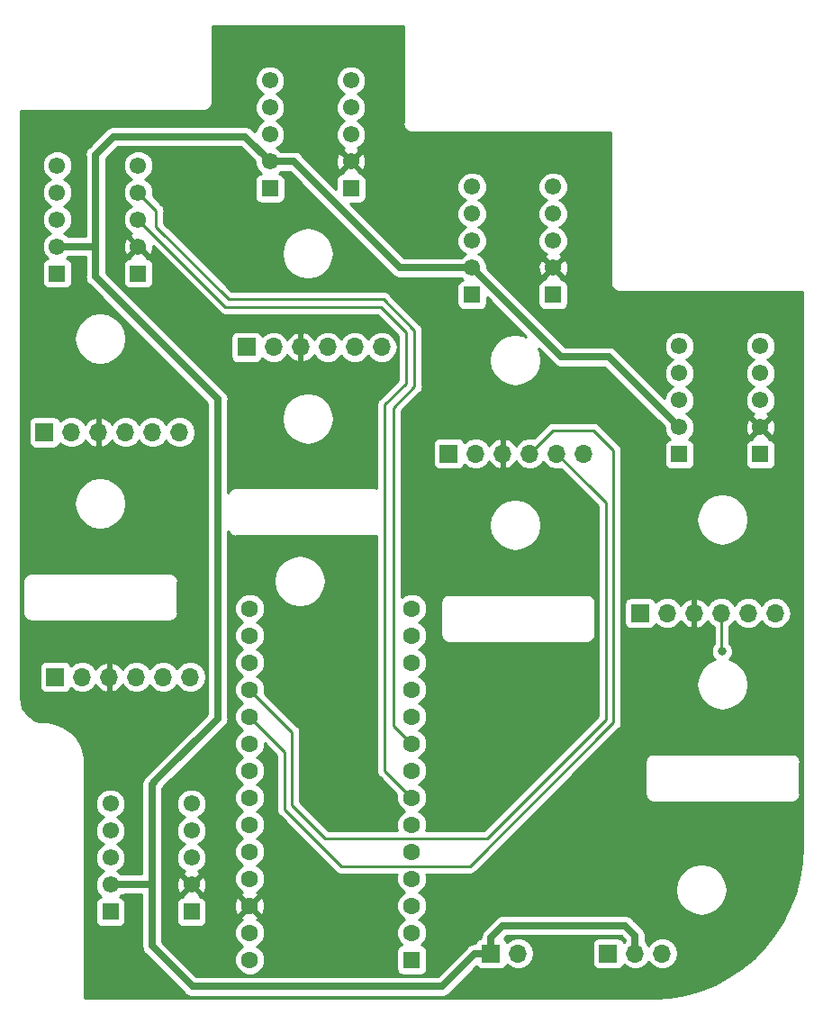
<source format=gbl>
G04 #@! TF.GenerationSoftware,KiCad,Pcbnew,(5.0.2)-1*
G04 #@! TF.CreationDate,2019-03-03T20:13:30+01:00*
G04 #@! TF.ProjectId,DorsalTPMG90,446f7273-616c-4545-904d-4739302e6b69,v01*
G04 #@! TF.SameCoordinates,Original*
G04 #@! TF.FileFunction,Copper,L2,Bot*
G04 #@! TF.FilePolarity,Positive*
%FSLAX46Y46*%
G04 Gerber Fmt 4.6, Leading zero omitted, Abs format (unit mm)*
G04 Created by KiCad (PCBNEW (5.0.2)-1) date 03/03/2019 20:13:30*
%MOMM*%
%LPD*%
G01*
G04 APERTURE LIST*
G04 #@! TA.AperFunction,ComponentPad*
%ADD10C,1.550000*%
G04 #@! TD*
G04 #@! TA.AperFunction,ComponentPad*
%ADD11R,1.550000X1.550000*%
G04 #@! TD*
G04 #@! TA.AperFunction,ComponentPad*
%ADD12R,1.600000X1.600000*%
G04 #@! TD*
G04 #@! TA.AperFunction,ComponentPad*
%ADD13C,1.600000*%
G04 #@! TD*
G04 #@! TA.AperFunction,ComponentPad*
%ADD14R,1.700000X1.700000*%
G04 #@! TD*
G04 #@! TA.AperFunction,ComponentPad*
%ADD15O,1.700000X1.700000*%
G04 #@! TD*
G04 #@! TA.AperFunction,ViaPad*
%ADD16C,0.800000*%
G04 #@! TD*
G04 #@! TA.AperFunction,Conductor*
%ADD17C,0.676000*%
G04 #@! TD*
G04 #@! TA.AperFunction,Conductor*
%ADD18C,0.250000*%
G04 #@! TD*
G04 #@! TA.AperFunction,Conductor*
%ADD19C,0.254000*%
G04 #@! TD*
G04 APERTURE END LIST*
D10*
G04 #@! TO.P,U5,9*
G04 #@! TO.N,Vbat*
X114690000Y-66040000D03*
G04 #@! TO.P,U5,8*
G04 #@! TO.N,M24*
X114690000Y-63500000D03*
G04 #@! TO.P,U5,7*
G04 #@! TO.N,M14*
X114690000Y-60960000D03*
G04 #@! TO.P,U5,6*
G04 #@! TO.N,Net-(U5-Pad6)*
X114690000Y-58420000D03*
D11*
G04 #@! TO.P,U5,10*
G04 #@! TO.N,GND*
X114690000Y-68580000D03*
D10*
G04 #@! TO.P,U5,5*
G04 #@! TO.N,Net-(U5-Pad5)*
X122310000Y-58420000D03*
G04 #@! TO.P,U5,4*
G04 #@! TO.N,P7*
X122310000Y-60960000D03*
G04 #@! TO.P,U5,3*
G04 #@! TO.N,P5*
X122310000Y-63500000D03*
G04 #@! TO.P,U5,2*
G04 #@! TO.N,+3V3*
X122310000Y-66040000D03*
D11*
G04 #@! TO.P,U5,1*
G04 #@! TO.N,GND*
X122310000Y-68580000D03*
G04 #@! TD*
D12*
G04 #@! TO.P,U1,1*
G04 #@! TO.N,GND*
X148020000Y-133110000D03*
D13*
G04 #@! TO.P,U1,2*
G04 #@! TO.N,P0*
X148020000Y-130570000D03*
G04 #@! TO.P,U1,3*
G04 #@! TO.N,P1*
X148020000Y-128030000D03*
G04 #@! TO.P,U1,4*
G04 #@! TO.N,P2*
X148020000Y-125490000D03*
G04 #@! TO.P,U1,5*
G04 #@! TO.N,Net-(U1-Pad5)*
X148020000Y-122950000D03*
G04 #@! TO.P,U1,6*
G04 #@! TO.N,Net-(U1-Pad6)*
X148020000Y-120410000D03*
G04 #@! TO.P,U1,7*
G04 #@! TO.N,P5*
X148020000Y-117870000D03*
G04 #@! TO.P,U1,8*
G04 #@! TO.N,P6*
X148020000Y-115330000D03*
G04 #@! TO.P,U1,9*
G04 #@! TO.N,P7*
X148020000Y-112790000D03*
G04 #@! TO.P,U1,10*
G04 #@! TO.N,P8*
X148020000Y-110250000D03*
G04 #@! TO.P,U1,11*
G04 #@! TO.N,P9*
X148020000Y-107710000D03*
G04 #@! TO.P,U1,12*
G04 #@! TO.N,P10*
X148020000Y-105170000D03*
G04 #@! TO.P,U1,13*
G04 #@! TO.N,P11*
X148020000Y-102630000D03*
G04 #@! TO.P,U1,33*
G04 #@! TO.N,Net-(U1-Pad33)*
X132780000Y-133110000D03*
G04 #@! TO.P,U1,32*
G04 #@! TO.N,Net-(U1-Pad32)*
X132780000Y-130570000D03*
G04 #@! TO.P,U1,31*
G04 #@! TO.N,+3V3*
X132780000Y-128030000D03*
G04 #@! TO.P,U1,30*
G04 #@! TO.N,P23*
X132780000Y-125490000D03*
G04 #@! TO.P,U1,29*
G04 #@! TO.N,P22*
X132780000Y-122950000D03*
G04 #@! TO.P,U1,28*
G04 #@! TO.N,P21*
X132780000Y-120410000D03*
G04 #@! TO.P,U1,27*
G04 #@! TO.N,P20*
X132780000Y-117870000D03*
G04 #@! TO.P,U1,26*
G04 #@! TO.N,P19*
X132780000Y-115330000D03*
G04 #@! TO.P,U1,25*
G04 #@! TO.N,P18*
X132780000Y-112790000D03*
G04 #@! TO.P,U1,24*
G04 #@! TO.N,P17*
X132780000Y-110250000D03*
G04 #@! TO.P,U1,23*
G04 #@! TO.N,P16*
X132780000Y-107710000D03*
G04 #@! TO.P,U1,22*
G04 #@! TO.N,P15*
X132780000Y-105170000D03*
G04 #@! TO.P,U1,21*
G04 #@! TO.N,P14*
X132780000Y-102630000D03*
G04 #@! TO.P,U1,14*
G04 #@! TO.N,P12*
X148020000Y-100090000D03*
G04 #@! TO.P,U1,20*
G04 #@! TO.N,Net-(U1-Pad20)*
X132780000Y-100090000D03*
G04 #@! TD*
D14*
G04 #@! TO.P,J1,1*
G04 #@! TO.N,P0*
X166500000Y-132500000D03*
D15*
G04 #@! TO.P,J1,2*
G04 #@! TO.N,Vbat*
X169040000Y-132500000D03*
G04 #@! TO.P,J1,3*
G04 #@! TO.N,GND*
X171580000Y-132500000D03*
G04 #@! TD*
G04 #@! TO.P,J2,6*
G04 #@! TO.N,GND*
X126200000Y-83500000D03*
G04 #@! TO.P,J2,5*
G04 #@! TO.N,P20*
X123660000Y-83500000D03*
G04 #@! TO.P,J2,4*
G04 #@! TO.N,P21*
X121120000Y-83500000D03*
G04 #@! TO.P,J2,3*
G04 #@! TO.N,+3V3*
X118580000Y-83500000D03*
G04 #@! TO.P,J2,2*
G04 #@! TO.N,M24*
X116040000Y-83500000D03*
D14*
G04 #@! TO.P,J2,1*
G04 #@! TO.N,M14*
X113500000Y-83500000D03*
G04 #@! TD*
G04 #@! TO.P,J3,1*
G04 #@! TO.N,M15*
X114500000Y-106500000D03*
D15*
G04 #@! TO.P,J3,2*
G04 #@! TO.N,M25*
X117040000Y-106500000D03*
G04 #@! TO.P,J3,3*
G04 #@! TO.N,+3V3*
X119580000Y-106500000D03*
G04 #@! TO.P,J3,4*
G04 #@! TO.N,P23*
X122120000Y-106500000D03*
G04 #@! TO.P,J3,5*
G04 #@! TO.N,P22*
X124660000Y-106500000D03*
G04 #@! TO.P,J3,6*
G04 #@! TO.N,GND*
X127200000Y-106500000D03*
G04 #@! TD*
D14*
G04 #@! TO.P,J4,1*
G04 #@! TO.N,M11*
X169500000Y-100500000D03*
D15*
G04 #@! TO.P,J4,2*
G04 #@! TO.N,M21*
X172040000Y-100500000D03*
G04 #@! TO.P,J4,3*
G04 #@! TO.N,+3V3*
X174580000Y-100500000D03*
G04 #@! TO.P,J4,4*
G04 #@! TO.N,P15*
X177120000Y-100500000D03*
G04 #@! TO.P,J4,5*
G04 #@! TO.N,P14*
X179660000Y-100500000D03*
G04 #@! TO.P,J4,6*
G04 #@! TO.N,GND*
X182200000Y-100500000D03*
G04 #@! TD*
G04 #@! TO.P,J5,6*
G04 #@! TO.N,GND*
X164200000Y-85500000D03*
G04 #@! TO.P,J5,5*
G04 #@! TO.N,P16*
X161660000Y-85500000D03*
G04 #@! TO.P,J5,4*
G04 #@! TO.N,P17*
X159120000Y-85500000D03*
G04 #@! TO.P,J5,3*
G04 #@! TO.N,+3V3*
X156580000Y-85500000D03*
G04 #@! TO.P,J5,2*
G04 #@! TO.N,M22*
X154040000Y-85500000D03*
D14*
G04 #@! TO.P,J5,1*
G04 #@! TO.N,M12*
X151500000Y-85500000D03*
G04 #@! TD*
G04 #@! TO.P,J6,1*
G04 #@! TO.N,M13*
X132500000Y-75500000D03*
D15*
G04 #@! TO.P,J6,2*
G04 #@! TO.N,M23*
X135040000Y-75500000D03*
G04 #@! TO.P,J6,3*
G04 #@! TO.N,+3V3*
X137580000Y-75500000D03*
G04 #@! TO.P,J6,4*
G04 #@! TO.N,P19*
X140120000Y-75500000D03*
G04 #@! TO.P,J6,5*
G04 #@! TO.N,P18*
X142660000Y-75500000D03*
G04 #@! TO.P,J6,6*
G04 #@! TO.N,GND*
X145200000Y-75500000D03*
G04 #@! TD*
D10*
G04 #@! TO.P,U2,9*
G04 #@! TO.N,Vbat*
X173190000Y-83040000D03*
G04 #@! TO.P,U2,8*
G04 #@! TO.N,M21*
X173190000Y-80500000D03*
G04 #@! TO.P,U2,7*
G04 #@! TO.N,M11*
X173190000Y-77960000D03*
G04 #@! TO.P,U2,6*
G04 #@! TO.N,Net-(U2-Pad6)*
X173190000Y-75420000D03*
D11*
G04 #@! TO.P,U2,10*
G04 #@! TO.N,GND*
X173190000Y-85580000D03*
D10*
G04 #@! TO.P,U2,5*
G04 #@! TO.N,Net-(U2-Pad5)*
X180810000Y-75420000D03*
G04 #@! TO.P,U2,4*
G04 #@! TO.N,P12*
X180810000Y-77960000D03*
G04 #@! TO.P,U2,3*
G04 #@! TO.N,P10*
X180810000Y-80500000D03*
G04 #@! TO.P,U2,2*
G04 #@! TO.N,+3V3*
X180810000Y-83040000D03*
D11*
G04 #@! TO.P,U2,1*
G04 #@! TO.N,GND*
X180810000Y-85580000D03*
G04 #@! TD*
G04 #@! TO.P,U3,1*
G04 #@! TO.N,GND*
X161310000Y-70580000D03*
D10*
G04 #@! TO.P,U3,2*
G04 #@! TO.N,+3V3*
X161310000Y-68040000D03*
G04 #@! TO.P,U3,3*
G04 #@! TO.N,P9*
X161310000Y-65500000D03*
G04 #@! TO.P,U3,4*
G04 #@! TO.N,P11*
X161310000Y-62960000D03*
G04 #@! TO.P,U3,5*
G04 #@! TO.N,Net-(U3-Pad5)*
X161310000Y-60420000D03*
D11*
G04 #@! TO.P,U3,10*
G04 #@! TO.N,GND*
X153690000Y-70580000D03*
D10*
G04 #@! TO.P,U3,6*
G04 #@! TO.N,Net-(U3-Pad6)*
X153690000Y-60420000D03*
G04 #@! TO.P,U3,7*
G04 #@! TO.N,M12*
X153690000Y-62960000D03*
G04 #@! TO.P,U3,8*
G04 #@! TO.N,M22*
X153690000Y-65500000D03*
G04 #@! TO.P,U3,9*
G04 #@! TO.N,Vbat*
X153690000Y-68040000D03*
G04 #@! TD*
D11*
G04 #@! TO.P,U4,1*
G04 #@! TO.N,GND*
X142310000Y-60580000D03*
D10*
G04 #@! TO.P,U4,2*
G04 #@! TO.N,+3V3*
X142310000Y-58040000D03*
G04 #@! TO.P,U4,3*
G04 #@! TO.N,P6*
X142310000Y-55500000D03*
G04 #@! TO.P,U4,4*
G04 #@! TO.N,P8*
X142310000Y-52960000D03*
G04 #@! TO.P,U4,5*
G04 #@! TO.N,Net-(U4-Pad5)*
X142310000Y-50420000D03*
D11*
G04 #@! TO.P,U4,10*
G04 #@! TO.N,GND*
X134690000Y-60580000D03*
D10*
G04 #@! TO.P,U4,6*
G04 #@! TO.N,Net-(U4-Pad6)*
X134690000Y-50420000D03*
G04 #@! TO.P,U4,7*
G04 #@! TO.N,M13*
X134690000Y-52960000D03*
G04 #@! TO.P,U4,8*
G04 #@! TO.N,M23*
X134690000Y-55500000D03*
G04 #@! TO.P,U4,9*
G04 #@! TO.N,Vbat*
X134690000Y-58040000D03*
G04 #@! TD*
G04 #@! TO.P,U6,9*
G04 #@! TO.N,Vbat*
X119690000Y-126040000D03*
G04 #@! TO.P,U6,8*
G04 #@! TO.N,M25*
X119690000Y-123500000D03*
G04 #@! TO.P,U6,7*
G04 #@! TO.N,M15*
X119690000Y-120960000D03*
G04 #@! TO.P,U6,6*
G04 #@! TO.N,Net-(U6-Pad6)*
X119690000Y-118420000D03*
D11*
G04 #@! TO.P,U6,10*
G04 #@! TO.N,GND*
X119690000Y-128580000D03*
D10*
G04 #@! TO.P,U6,5*
G04 #@! TO.N,Net-(U6-Pad5)*
X127310000Y-118420000D03*
G04 #@! TO.P,U6,4*
G04 #@! TO.N,P2*
X127310000Y-120960000D03*
G04 #@! TO.P,U6,3*
G04 #@! TO.N,P1*
X127310000Y-123500000D03*
G04 #@! TO.P,U6,2*
G04 #@! TO.N,+3V3*
X127310000Y-126040000D03*
D11*
G04 #@! TO.P,U6,1*
G04 #@! TO.N,GND*
X127310000Y-128580000D03*
G04 #@! TD*
D14*
G04 #@! TO.P,J7,1*
G04 #@! TO.N,Vbat*
X155500000Y-132500000D03*
D15*
G04 #@! TO.P,J7,2*
G04 #@! TO.N,GND*
X158040000Y-132500000D03*
G04 #@! TD*
D16*
G04 #@! TO.N,P15*
X177200000Y-104100000D03*
G04 #@! TD*
D17*
G04 #@! TO.N,Vbat*
X153974000Y-132500000D02*
X150874000Y-135600000D01*
X155500000Y-132500000D02*
X153974000Y-132500000D01*
X150874000Y-135600000D02*
X127400000Y-135600000D01*
X127400000Y-135600000D02*
X123600000Y-131800000D01*
X120826015Y-126000000D02*
X123600000Y-126000000D01*
X120786015Y-126040000D02*
X120826015Y-126000000D01*
X119690000Y-126040000D02*
X120786015Y-126040000D01*
X123600000Y-131800000D02*
X123600000Y-126000000D01*
X132350000Y-55700000D02*
X134690000Y-58040000D01*
X120000000Y-55700000D02*
X132350000Y-55700000D01*
X129800000Y-80400000D02*
X118300000Y-68900000D01*
X118300000Y-57400000D02*
X120000000Y-55700000D01*
X118240000Y-66040000D02*
X118300000Y-66100000D01*
X114690000Y-66040000D02*
X118240000Y-66040000D01*
X118300000Y-68900000D02*
X118300000Y-66100000D01*
X118300000Y-66100000D02*
X118300000Y-57400000D01*
X146940000Y-68040000D02*
X153690000Y-68040000D01*
X134690000Y-58040000D02*
X136940000Y-58040000D01*
X136940000Y-58040000D02*
X146940000Y-68040000D01*
X153690000Y-68040000D02*
X162050000Y-76400000D01*
X172415001Y-82265001D02*
X173190000Y-83040000D01*
X166550000Y-76400000D02*
X172415001Y-82265001D01*
X162050000Y-76400000D02*
X166550000Y-76400000D01*
X129800000Y-110400000D02*
X129800000Y-106800000D01*
X124000000Y-116200000D02*
X129800000Y-110400000D01*
X129800000Y-107700000D02*
X129800000Y-106800000D01*
X129800000Y-106800000D02*
X129800000Y-80400000D01*
X124000000Y-116200000D02*
X123600000Y-116600000D01*
X123600000Y-126000000D02*
X123600000Y-116600000D01*
X169040000Y-130840000D02*
X169040000Y-132500000D01*
X168100000Y-129900000D02*
X169040000Y-130840000D01*
X156574000Y-129900000D02*
X168100000Y-129900000D01*
X155500000Y-132500000D02*
X155500000Y-130974000D01*
X155500000Y-130974000D02*
X156574000Y-129900000D01*
D18*
G04 #@! TO.N,P15*
X177173620Y-100553620D02*
X177120000Y-100500000D01*
X177173620Y-103625000D02*
X177173620Y-100553620D01*
D19*
X177173620Y-104073620D02*
X177200000Y-104100000D01*
X177173620Y-103625000D02*
X177173620Y-104073620D01*
D18*
G04 #@! TO.N,P16*
X165000000Y-88840000D02*
X161660000Y-85500000D01*
X165500000Y-89340000D02*
X165000000Y-88840000D01*
X155100000Y-121700000D02*
X152500000Y-121700000D01*
X152500000Y-121700000D02*
X152800000Y-121700000D01*
X165000000Y-88840000D02*
X165040000Y-88840000D01*
X165040000Y-88840000D02*
X166300000Y-90100000D01*
X166300000Y-90100000D02*
X166300000Y-110500000D01*
X166300000Y-110500000D02*
X155100000Y-121700000D01*
X136770000Y-118570000D02*
X136770000Y-111700000D01*
X139900000Y-121700000D02*
X136770000Y-118570000D01*
X152500000Y-121700000D02*
X139900000Y-121700000D01*
X132780000Y-107710000D02*
X136770000Y-111700000D01*
G04 #@! TO.N,P17*
X136100000Y-113570000D02*
X136100000Y-119000000D01*
X132780000Y-110250000D02*
X136100000Y-113570000D01*
X136100000Y-119000000D02*
X141400000Y-124300000D01*
X153500000Y-124300000D02*
X167000000Y-110800000D01*
X165100000Y-83300000D02*
X167000000Y-85200000D01*
X161320000Y-83300000D02*
X165100000Y-83300000D01*
X159120000Y-85500000D02*
X161320000Y-83300000D01*
X167000000Y-110800000D02*
X167000000Y-85200000D01*
X153500000Y-124300000D02*
X141400000Y-124300000D01*
G04 #@! TO.N,P7*
X124000000Y-62650000D02*
X122310000Y-60960000D01*
X124000000Y-64200000D02*
X124000000Y-62650000D01*
X130800000Y-71000000D02*
X124000000Y-64200000D01*
X148020000Y-112790000D02*
X146300000Y-111070000D01*
X146300000Y-81200000D02*
X148300000Y-79200000D01*
X148300000Y-79200000D02*
X148300000Y-73900000D01*
X148300000Y-73900000D02*
X145400000Y-71000000D01*
X146300000Y-111070000D02*
X146300000Y-81200000D01*
X145400000Y-71000000D02*
X130800000Y-71000000D01*
G04 #@! TO.N,P5*
X130510000Y-71700000D02*
X122310000Y-63500000D01*
X145500000Y-115350000D02*
X145500000Y-80900000D01*
X148020000Y-117870000D02*
X145500000Y-115350000D01*
X145500000Y-80900000D02*
X147500000Y-78900000D01*
X147500000Y-78900000D02*
X147500000Y-74100000D01*
X147500000Y-74100000D02*
X145100000Y-71700000D01*
X145100000Y-71700000D02*
X130510000Y-71700000D01*
G04 #@! TD*
D19*
G04 #@! TO.N,+3V3*
G36*
X147215001Y-54422679D02*
X147199621Y-54500000D01*
X147260546Y-54806292D01*
X147434047Y-55065953D01*
X147693708Y-55239454D01*
X147922684Y-55285000D01*
X148000000Y-55300379D01*
X148077316Y-55285000D01*
X166715000Y-55285000D01*
X166715001Y-69422679D01*
X166699621Y-69500000D01*
X166760546Y-69806292D01*
X166934047Y-70065953D01*
X167193708Y-70239454D01*
X167422684Y-70285000D01*
X167500000Y-70300379D01*
X167577316Y-70285000D01*
X184715000Y-70285000D01*
X184715001Y-122479762D01*
X184638664Y-123961094D01*
X184413581Y-125406697D01*
X184041091Y-126821512D01*
X183525144Y-128190538D01*
X182871205Y-129499278D01*
X182086191Y-130733881D01*
X181178437Y-131881236D01*
X180157553Y-132929204D01*
X179034349Y-133866684D01*
X177820729Y-134683741D01*
X176529553Y-135371717D01*
X175174495Y-135923328D01*
X173769920Y-136332723D01*
X172330699Y-136595571D01*
X170857022Y-136710259D01*
X170494843Y-136715000D01*
X117285000Y-136715000D01*
X117285000Y-114422684D01*
X117278143Y-114388211D01*
X117234479Y-113898964D01*
X117227976Y-113867701D01*
X117226249Y-113835806D01*
X117203884Y-113741200D01*
X117002477Y-113076207D01*
X116985520Y-113037208D01*
X116973509Y-112996398D01*
X116929980Y-112909475D01*
X116580994Y-112308651D01*
X116555518Y-112274597D01*
X116534442Y-112237646D01*
X116472084Y-112163067D01*
X115994239Y-111658644D01*
X115961612Y-111631363D01*
X115932602Y-111600254D01*
X115854760Y-111542021D01*
X115273688Y-111161053D01*
X115235658Y-111142009D01*
X115200270Y-111118408D01*
X115111119Y-111079644D01*
X114457991Y-110842570D01*
X114416600Y-110832786D01*
X114376732Y-110817959D01*
X114281055Y-110800744D01*
X113590906Y-110720281D01*
X112991663Y-110650416D01*
X112510594Y-110475797D01*
X112082601Y-110195192D01*
X111730637Y-109823652D01*
X111473588Y-109381108D01*
X111322124Y-108881016D01*
X111285000Y-108465043D01*
X111285000Y-105650000D01*
X113002560Y-105650000D01*
X113002560Y-107350000D01*
X113051843Y-107597765D01*
X113192191Y-107807809D01*
X113402235Y-107948157D01*
X113650000Y-107997440D01*
X115350000Y-107997440D01*
X115597765Y-107948157D01*
X115807809Y-107807809D01*
X115948157Y-107597765D01*
X115957184Y-107552381D01*
X115969375Y-107570625D01*
X116460582Y-107898839D01*
X116893744Y-107985000D01*
X117186256Y-107985000D01*
X117619418Y-107898839D01*
X118110625Y-107570625D01*
X118323843Y-107251522D01*
X118384817Y-107381358D01*
X118813076Y-107771645D01*
X119223110Y-107941476D01*
X119453000Y-107820155D01*
X119453000Y-106627000D01*
X119433000Y-106627000D01*
X119433000Y-106373000D01*
X119453000Y-106373000D01*
X119453000Y-105179845D01*
X119707000Y-105179845D01*
X119707000Y-106373000D01*
X119727000Y-106373000D01*
X119727000Y-106627000D01*
X119707000Y-106627000D01*
X119707000Y-107820155D01*
X119936890Y-107941476D01*
X120346924Y-107771645D01*
X120775183Y-107381358D01*
X120836157Y-107251522D01*
X121049375Y-107570625D01*
X121540582Y-107898839D01*
X121973744Y-107985000D01*
X122266256Y-107985000D01*
X122699418Y-107898839D01*
X123190625Y-107570625D01*
X123390000Y-107272239D01*
X123589375Y-107570625D01*
X124080582Y-107898839D01*
X124513744Y-107985000D01*
X124806256Y-107985000D01*
X125239418Y-107898839D01*
X125730625Y-107570625D01*
X125930000Y-107272239D01*
X126129375Y-107570625D01*
X126620582Y-107898839D01*
X127053744Y-107985000D01*
X127346256Y-107985000D01*
X127779418Y-107898839D01*
X128270625Y-107570625D01*
X128598839Y-107079418D01*
X128714092Y-106500000D01*
X128598839Y-105920582D01*
X128270625Y-105429375D01*
X127779418Y-105101161D01*
X127346256Y-105015000D01*
X127053744Y-105015000D01*
X126620582Y-105101161D01*
X126129375Y-105429375D01*
X125930000Y-105727761D01*
X125730625Y-105429375D01*
X125239418Y-105101161D01*
X124806256Y-105015000D01*
X124513744Y-105015000D01*
X124080582Y-105101161D01*
X123589375Y-105429375D01*
X123390000Y-105727761D01*
X123190625Y-105429375D01*
X122699418Y-105101161D01*
X122266256Y-105015000D01*
X121973744Y-105015000D01*
X121540582Y-105101161D01*
X121049375Y-105429375D01*
X120836157Y-105748478D01*
X120775183Y-105618642D01*
X120346924Y-105228355D01*
X119936890Y-105058524D01*
X119707000Y-105179845D01*
X119453000Y-105179845D01*
X119223110Y-105058524D01*
X118813076Y-105228355D01*
X118384817Y-105618642D01*
X118323843Y-105748478D01*
X118110625Y-105429375D01*
X117619418Y-105101161D01*
X117186256Y-105015000D01*
X116893744Y-105015000D01*
X116460582Y-105101161D01*
X115969375Y-105429375D01*
X115957184Y-105447619D01*
X115948157Y-105402235D01*
X115807809Y-105192191D01*
X115597765Y-105051843D01*
X115350000Y-105002560D01*
X113650000Y-105002560D01*
X113402235Y-105051843D01*
X113192191Y-105192191D01*
X113051843Y-105402235D01*
X113002560Y-105650000D01*
X111285000Y-105650000D01*
X111285000Y-97500000D01*
X111449621Y-97500000D01*
X111465001Y-97577321D01*
X111465000Y-100422684D01*
X111449621Y-100500000D01*
X111510546Y-100806292D01*
X111629603Y-100984472D01*
X111684047Y-101065953D01*
X111943708Y-101239454D01*
X112250000Y-101300379D01*
X112327316Y-101285000D01*
X125172684Y-101285000D01*
X125250000Y-101300379D01*
X125556292Y-101239454D01*
X125815953Y-101065953D01*
X125989454Y-100806292D01*
X126035000Y-100577316D01*
X126035000Y-100577315D01*
X126050379Y-100500000D01*
X126035000Y-100422684D01*
X126035000Y-97577316D01*
X126050379Y-97500000D01*
X125989454Y-97193708D01*
X125815953Y-96934047D01*
X125556292Y-96760546D01*
X125327316Y-96715000D01*
X125250000Y-96699621D01*
X125172684Y-96715000D01*
X112327316Y-96715000D01*
X112250000Y-96699621D01*
X112172684Y-96715000D01*
X111943708Y-96760546D01*
X111684047Y-96934047D01*
X111510546Y-97193708D01*
X111449621Y-97500000D01*
X111285000Y-97500000D01*
X111285000Y-90200000D01*
X116295000Y-90200000D01*
X116415156Y-90958637D01*
X116763863Y-91643013D01*
X117306987Y-92186137D01*
X117991363Y-92534844D01*
X118750000Y-92655000D01*
X119508637Y-92534844D01*
X120193013Y-92186137D01*
X120736137Y-91643013D01*
X121084844Y-90958637D01*
X121205000Y-90200000D01*
X121084844Y-89441363D01*
X120736137Y-88756987D01*
X120193013Y-88213863D01*
X119508637Y-87865156D01*
X118750000Y-87745000D01*
X117991363Y-87865156D01*
X117306987Y-88213863D01*
X116763863Y-88756987D01*
X116415156Y-89441363D01*
X116295000Y-90200000D01*
X111285000Y-90200000D01*
X111285000Y-82650000D01*
X112002560Y-82650000D01*
X112002560Y-84350000D01*
X112051843Y-84597765D01*
X112192191Y-84807809D01*
X112402235Y-84948157D01*
X112650000Y-84997440D01*
X114350000Y-84997440D01*
X114597765Y-84948157D01*
X114807809Y-84807809D01*
X114948157Y-84597765D01*
X114957184Y-84552381D01*
X114969375Y-84570625D01*
X115460582Y-84898839D01*
X115893744Y-84985000D01*
X116186256Y-84985000D01*
X116619418Y-84898839D01*
X117110625Y-84570625D01*
X117323843Y-84251522D01*
X117384817Y-84381358D01*
X117813076Y-84771645D01*
X118223110Y-84941476D01*
X118453000Y-84820155D01*
X118453000Y-83627000D01*
X118433000Y-83627000D01*
X118433000Y-83373000D01*
X118453000Y-83373000D01*
X118453000Y-82179845D01*
X118707000Y-82179845D01*
X118707000Y-83373000D01*
X118727000Y-83373000D01*
X118727000Y-83627000D01*
X118707000Y-83627000D01*
X118707000Y-84820155D01*
X118936890Y-84941476D01*
X119346924Y-84771645D01*
X119775183Y-84381358D01*
X119836157Y-84251522D01*
X120049375Y-84570625D01*
X120540582Y-84898839D01*
X120973744Y-84985000D01*
X121266256Y-84985000D01*
X121699418Y-84898839D01*
X122190625Y-84570625D01*
X122390000Y-84272239D01*
X122589375Y-84570625D01*
X123080582Y-84898839D01*
X123513744Y-84985000D01*
X123806256Y-84985000D01*
X124239418Y-84898839D01*
X124730625Y-84570625D01*
X124930000Y-84272239D01*
X125129375Y-84570625D01*
X125620582Y-84898839D01*
X126053744Y-84985000D01*
X126346256Y-84985000D01*
X126779418Y-84898839D01*
X127270625Y-84570625D01*
X127598839Y-84079418D01*
X127714092Y-83500000D01*
X127598839Y-82920582D01*
X127270625Y-82429375D01*
X126779418Y-82101161D01*
X126346256Y-82015000D01*
X126053744Y-82015000D01*
X125620582Y-82101161D01*
X125129375Y-82429375D01*
X124930000Y-82727761D01*
X124730625Y-82429375D01*
X124239418Y-82101161D01*
X123806256Y-82015000D01*
X123513744Y-82015000D01*
X123080582Y-82101161D01*
X122589375Y-82429375D01*
X122390000Y-82727761D01*
X122190625Y-82429375D01*
X121699418Y-82101161D01*
X121266256Y-82015000D01*
X120973744Y-82015000D01*
X120540582Y-82101161D01*
X120049375Y-82429375D01*
X119836157Y-82748478D01*
X119775183Y-82618642D01*
X119346924Y-82228355D01*
X118936890Y-82058524D01*
X118707000Y-82179845D01*
X118453000Y-82179845D01*
X118223110Y-82058524D01*
X117813076Y-82228355D01*
X117384817Y-82618642D01*
X117323843Y-82748478D01*
X117110625Y-82429375D01*
X116619418Y-82101161D01*
X116186256Y-82015000D01*
X115893744Y-82015000D01*
X115460582Y-82101161D01*
X114969375Y-82429375D01*
X114957184Y-82447619D01*
X114948157Y-82402235D01*
X114807809Y-82192191D01*
X114597765Y-82051843D01*
X114350000Y-82002560D01*
X112650000Y-82002560D01*
X112402235Y-82051843D01*
X112192191Y-82192191D01*
X112051843Y-82402235D01*
X112002560Y-82650000D01*
X111285000Y-82650000D01*
X111285000Y-74700000D01*
X116295000Y-74700000D01*
X116415156Y-75458637D01*
X116763863Y-76143013D01*
X117306987Y-76686137D01*
X117991363Y-77034844D01*
X118750000Y-77155000D01*
X119508637Y-77034844D01*
X120193013Y-76686137D01*
X120736137Y-76143013D01*
X121084844Y-75458637D01*
X121205000Y-74700000D01*
X121084844Y-73941363D01*
X120736137Y-73256987D01*
X120193013Y-72713863D01*
X119508637Y-72365156D01*
X118750000Y-72245000D01*
X117991363Y-72365156D01*
X117306987Y-72713863D01*
X116763863Y-73256987D01*
X116415156Y-73941363D01*
X116295000Y-74700000D01*
X111285000Y-74700000D01*
X111285000Y-67805000D01*
X113267560Y-67805000D01*
X113267560Y-69355000D01*
X113316843Y-69602765D01*
X113457191Y-69812809D01*
X113667235Y-69953157D01*
X113915000Y-70002440D01*
X115465000Y-70002440D01*
X115712765Y-69953157D01*
X115922809Y-69812809D01*
X116063157Y-69602765D01*
X116112440Y-69355000D01*
X116112440Y-67805000D01*
X116063157Y-67557235D01*
X115922809Y-67347191D01*
X115712765Y-67206843D01*
X115549645Y-67174397D01*
X115711042Y-67013000D01*
X117327001Y-67013000D01*
X117327000Y-68804168D01*
X117307938Y-68900000D01*
X117327000Y-68995831D01*
X117383454Y-69279645D01*
X117598506Y-69601494D01*
X117679752Y-69655781D01*
X128827001Y-80803031D01*
X128827000Y-106895831D01*
X128827001Y-106895835D01*
X128827000Y-107795831D01*
X128827001Y-107795835D01*
X128827000Y-109996970D01*
X123379749Y-115444222D01*
X122979750Y-115844221D01*
X122898507Y-115898506D01*
X122844222Y-115979749D01*
X122683454Y-116220355D01*
X122607938Y-116600000D01*
X122627001Y-116695836D01*
X122627000Y-125027000D01*
X120921846Y-125027000D01*
X120826015Y-125007938D01*
X120730184Y-125027000D01*
X120730183Y-125027000D01*
X120680854Y-125036812D01*
X120488701Y-124844659D01*
X120308458Y-124770000D01*
X120488701Y-124695341D01*
X120885341Y-124298701D01*
X121100000Y-123780467D01*
X121100000Y-123219533D01*
X120885341Y-122701299D01*
X120488701Y-122304659D01*
X120308458Y-122230000D01*
X120488701Y-122155341D01*
X120885341Y-121758701D01*
X121100000Y-121240467D01*
X121100000Y-120679533D01*
X120885341Y-120161299D01*
X120488701Y-119764659D01*
X120308458Y-119690000D01*
X120488701Y-119615341D01*
X120885341Y-119218701D01*
X121100000Y-118700467D01*
X121100000Y-118139533D01*
X120885341Y-117621299D01*
X120488701Y-117224659D01*
X119970467Y-117010000D01*
X119409533Y-117010000D01*
X118891299Y-117224659D01*
X118494659Y-117621299D01*
X118280000Y-118139533D01*
X118280000Y-118700467D01*
X118494659Y-119218701D01*
X118891299Y-119615341D01*
X119071542Y-119690000D01*
X118891299Y-119764659D01*
X118494659Y-120161299D01*
X118280000Y-120679533D01*
X118280000Y-121240467D01*
X118494659Y-121758701D01*
X118891299Y-122155341D01*
X119071542Y-122230000D01*
X118891299Y-122304659D01*
X118494659Y-122701299D01*
X118280000Y-123219533D01*
X118280000Y-123780467D01*
X118494659Y-124298701D01*
X118891299Y-124695341D01*
X119071542Y-124770000D01*
X118891299Y-124844659D01*
X118494659Y-125241299D01*
X118280000Y-125759533D01*
X118280000Y-126320467D01*
X118494659Y-126838701D01*
X118830355Y-127174397D01*
X118667235Y-127206843D01*
X118457191Y-127347191D01*
X118316843Y-127557235D01*
X118267560Y-127805000D01*
X118267560Y-129355000D01*
X118316843Y-129602765D01*
X118457191Y-129812809D01*
X118667235Y-129953157D01*
X118915000Y-130002440D01*
X120465000Y-130002440D01*
X120712765Y-129953157D01*
X120922809Y-129812809D01*
X121063157Y-129602765D01*
X121112440Y-129355000D01*
X121112440Y-127805000D01*
X121063157Y-127557235D01*
X120922809Y-127347191D01*
X120712765Y-127206843D01*
X120549645Y-127174397D01*
X120707581Y-127016461D01*
X120786015Y-127032062D01*
X120881846Y-127013000D01*
X120881847Y-127013000D01*
X121082941Y-126973000D01*
X122627001Y-126973000D01*
X122627000Y-131704169D01*
X122607938Y-131800000D01*
X122672224Y-132123188D01*
X122683454Y-132179645D01*
X122898506Y-132501494D01*
X122979751Y-132555780D01*
X126644221Y-136220251D01*
X126698506Y-136301494D01*
X127020354Y-136516546D01*
X127292083Y-136570596D01*
X127400000Y-136592062D01*
X127495831Y-136573000D01*
X150778169Y-136573000D01*
X150874000Y-136592062D01*
X150969831Y-136573000D01*
X150969832Y-136573000D01*
X151253646Y-136516546D01*
X151575494Y-136301494D01*
X151629780Y-136220249D01*
X154132121Y-133717909D01*
X154192191Y-133807809D01*
X154402235Y-133948157D01*
X154650000Y-133997440D01*
X156350000Y-133997440D01*
X156597765Y-133948157D01*
X156807809Y-133807809D01*
X156948157Y-133597765D01*
X156957184Y-133552381D01*
X156969375Y-133570625D01*
X157460582Y-133898839D01*
X157893744Y-133985000D01*
X158186256Y-133985000D01*
X158619418Y-133898839D01*
X159110625Y-133570625D01*
X159438839Y-133079418D01*
X159554092Y-132500000D01*
X159438839Y-131920582D01*
X159110625Y-131429375D01*
X158619418Y-131101161D01*
X158186256Y-131015000D01*
X157893744Y-131015000D01*
X157460582Y-131101161D01*
X156969375Y-131429375D01*
X156957184Y-131447619D01*
X156948157Y-131402235D01*
X156807809Y-131192191D01*
X156717909Y-131132121D01*
X156977030Y-130873000D01*
X167696971Y-130873000D01*
X168067000Y-131243030D01*
X168067000Y-131364144D01*
X167969375Y-131429375D01*
X167957184Y-131447619D01*
X167948157Y-131402235D01*
X167807809Y-131192191D01*
X167597765Y-131051843D01*
X167350000Y-131002560D01*
X165650000Y-131002560D01*
X165402235Y-131051843D01*
X165192191Y-131192191D01*
X165051843Y-131402235D01*
X165002560Y-131650000D01*
X165002560Y-133350000D01*
X165051843Y-133597765D01*
X165192191Y-133807809D01*
X165402235Y-133948157D01*
X165650000Y-133997440D01*
X167350000Y-133997440D01*
X167597765Y-133948157D01*
X167807809Y-133807809D01*
X167948157Y-133597765D01*
X167957184Y-133552381D01*
X167969375Y-133570625D01*
X168460582Y-133898839D01*
X168893744Y-133985000D01*
X169186256Y-133985000D01*
X169619418Y-133898839D01*
X170110625Y-133570625D01*
X170310000Y-133272239D01*
X170509375Y-133570625D01*
X171000582Y-133898839D01*
X171433744Y-133985000D01*
X171726256Y-133985000D01*
X172159418Y-133898839D01*
X172650625Y-133570625D01*
X172978839Y-133079418D01*
X173094092Y-132500000D01*
X172978839Y-131920582D01*
X172650625Y-131429375D01*
X172159418Y-131101161D01*
X171726256Y-131015000D01*
X171433744Y-131015000D01*
X171000582Y-131101161D01*
X170509375Y-131429375D01*
X170310000Y-131727761D01*
X170110625Y-131429375D01*
X170013000Y-131364144D01*
X170013000Y-130935831D01*
X170032062Y-130840000D01*
X169995976Y-130658580D01*
X169956546Y-130460354D01*
X169741494Y-130138506D01*
X169660252Y-130084222D01*
X168855780Y-129279751D01*
X168801494Y-129198506D01*
X168479646Y-128983454D01*
X168195832Y-128927000D01*
X168195831Y-128927000D01*
X168100000Y-128907938D01*
X168004169Y-128927000D01*
X156669829Y-128927000D01*
X156573999Y-128907938D01*
X156478169Y-128927000D01*
X156478168Y-128927000D01*
X156194354Y-128983454D01*
X155872506Y-129198506D01*
X155818221Y-129279749D01*
X154879749Y-130218222D01*
X154798507Y-130272506D01*
X154744222Y-130353749D01*
X154583454Y-130594355D01*
X154507938Y-130974000D01*
X154518810Y-131028655D01*
X154402235Y-131051843D01*
X154192191Y-131192191D01*
X154051843Y-131402235D01*
X154028655Y-131518810D01*
X153973999Y-131507938D01*
X153594354Y-131583454D01*
X153272506Y-131798506D01*
X153218221Y-131879749D01*
X150470971Y-134627000D01*
X127803030Y-134627000D01*
X124573000Y-131396971D01*
X124573000Y-130284561D01*
X131345000Y-130284561D01*
X131345000Y-130855439D01*
X131563466Y-131382862D01*
X131967138Y-131786534D01*
X132096216Y-131840000D01*
X131967138Y-131893466D01*
X131563466Y-132297138D01*
X131345000Y-132824561D01*
X131345000Y-133395439D01*
X131563466Y-133922862D01*
X131967138Y-134326534D01*
X132494561Y-134545000D01*
X133065439Y-134545000D01*
X133592862Y-134326534D01*
X133996534Y-133922862D01*
X134215000Y-133395439D01*
X134215000Y-132824561D01*
X133996534Y-132297138D01*
X133592862Y-131893466D01*
X133463784Y-131840000D01*
X133592862Y-131786534D01*
X133996534Y-131382862D01*
X134215000Y-130855439D01*
X134215000Y-130284561D01*
X133996534Y-129757138D01*
X133592862Y-129353466D01*
X133479417Y-129306475D01*
X133534005Y-129283864D01*
X133608139Y-129037745D01*
X132780000Y-128209605D01*
X131951861Y-129037745D01*
X132025995Y-129283864D01*
X132084448Y-129304874D01*
X131967138Y-129353466D01*
X131563466Y-129757138D01*
X131345000Y-130284561D01*
X124573000Y-130284561D01*
X124573000Y-127805000D01*
X125887560Y-127805000D01*
X125887560Y-129355000D01*
X125936843Y-129602765D01*
X126077191Y-129812809D01*
X126287235Y-129953157D01*
X126535000Y-130002440D01*
X128085000Y-130002440D01*
X128332765Y-129953157D01*
X128542809Y-129812809D01*
X128683157Y-129602765D01*
X128732440Y-129355000D01*
X128732440Y-127813223D01*
X131333035Y-127813223D01*
X131360222Y-128383454D01*
X131526136Y-128784005D01*
X131772255Y-128858139D01*
X132600395Y-128030000D01*
X132959605Y-128030000D01*
X133787745Y-128858139D01*
X134033864Y-128784005D01*
X134226965Y-128246777D01*
X134199778Y-127676546D01*
X134033864Y-127275995D01*
X133787745Y-127201861D01*
X132959605Y-128030000D01*
X132600395Y-128030000D01*
X131772255Y-127201861D01*
X131526136Y-127275995D01*
X131333035Y-127813223D01*
X128732440Y-127813223D01*
X128732440Y-127805000D01*
X128683157Y-127557235D01*
X128542809Y-127347191D01*
X128332765Y-127206843D01*
X128085000Y-127157560D01*
X128082698Y-127157560D01*
X128120028Y-127029633D01*
X127310000Y-126219605D01*
X126499972Y-127029633D01*
X126537302Y-127157560D01*
X126535000Y-127157560D01*
X126287235Y-127206843D01*
X126077191Y-127347191D01*
X125936843Y-127557235D01*
X125887560Y-127805000D01*
X124573000Y-127805000D01*
X124573000Y-126095831D01*
X124592062Y-126000000D01*
X124573000Y-125904168D01*
X124573000Y-125829197D01*
X125887916Y-125829197D01*
X125915494Y-126389451D01*
X126076837Y-126778965D01*
X126320367Y-126850028D01*
X127130395Y-126040000D01*
X127489605Y-126040000D01*
X128299633Y-126850028D01*
X128543163Y-126778965D01*
X128732084Y-126250803D01*
X128704506Y-125690549D01*
X128543163Y-125301035D01*
X128299633Y-125229972D01*
X127489605Y-126040000D01*
X127130395Y-126040000D01*
X126320367Y-125229972D01*
X126076837Y-125301035D01*
X125887916Y-125829197D01*
X124573000Y-125829197D01*
X124573000Y-118139533D01*
X125900000Y-118139533D01*
X125900000Y-118700467D01*
X126114659Y-119218701D01*
X126511299Y-119615341D01*
X126691542Y-119690000D01*
X126511299Y-119764659D01*
X126114659Y-120161299D01*
X125900000Y-120679533D01*
X125900000Y-121240467D01*
X126114659Y-121758701D01*
X126511299Y-122155341D01*
X126691542Y-122230000D01*
X126511299Y-122304659D01*
X126114659Y-122701299D01*
X125900000Y-123219533D01*
X125900000Y-123780467D01*
X126114659Y-124298701D01*
X126511299Y-124695341D01*
X126675754Y-124763461D01*
X126571035Y-124806837D01*
X126499972Y-125050367D01*
X127310000Y-125860395D01*
X128120028Y-125050367D01*
X128048965Y-124806837D01*
X127936578Y-124766637D01*
X128108701Y-124695341D01*
X128505341Y-124298701D01*
X128720000Y-123780467D01*
X128720000Y-123219533D01*
X128505341Y-122701299D01*
X128108701Y-122304659D01*
X127928458Y-122230000D01*
X128108701Y-122155341D01*
X128505341Y-121758701D01*
X128720000Y-121240467D01*
X128720000Y-120679533D01*
X128505341Y-120161299D01*
X128108701Y-119764659D01*
X127928458Y-119690000D01*
X128108701Y-119615341D01*
X128505341Y-119218701D01*
X128720000Y-118700467D01*
X128720000Y-118139533D01*
X128505341Y-117621299D01*
X128108701Y-117224659D01*
X127590467Y-117010000D01*
X127029533Y-117010000D01*
X126511299Y-117224659D01*
X126114659Y-117621299D01*
X125900000Y-118139533D01*
X124573000Y-118139533D01*
X124573000Y-117003029D01*
X124755778Y-116820251D01*
X130420252Y-111155778D01*
X130501494Y-111101494D01*
X130716546Y-110779646D01*
X130773000Y-110495832D01*
X130773000Y-110495831D01*
X130792062Y-110400000D01*
X130773000Y-110304169D01*
X130773000Y-97500000D01*
X135045000Y-97500000D01*
X135165156Y-98258637D01*
X135513863Y-98943013D01*
X136056987Y-99486137D01*
X136741363Y-99834844D01*
X137500000Y-99955000D01*
X138258637Y-99834844D01*
X138943013Y-99486137D01*
X139486137Y-98943013D01*
X139834844Y-98258637D01*
X139955000Y-97500000D01*
X139834844Y-96741363D01*
X139486137Y-96056987D01*
X138943013Y-95513863D01*
X138258637Y-95165156D01*
X137500000Y-95045000D01*
X136741363Y-95165156D01*
X136056987Y-95513863D01*
X135513863Y-96056987D01*
X135165156Y-96741363D01*
X135045000Y-97500000D01*
X130773000Y-97500000D01*
X130773000Y-92824931D01*
X130905122Y-93022664D01*
X130934047Y-93065953D01*
X131193708Y-93239454D01*
X131500000Y-93300379D01*
X131577316Y-93285000D01*
X144422684Y-93285000D01*
X144500000Y-93300379D01*
X144740001Y-93252640D01*
X144740000Y-115275153D01*
X144725112Y-115350000D01*
X144740000Y-115424847D01*
X144740000Y-115424851D01*
X144784096Y-115646536D01*
X144952071Y-115897929D01*
X145015530Y-115940331D01*
X146606897Y-117531698D01*
X146585000Y-117584561D01*
X146585000Y-118155439D01*
X146803466Y-118682862D01*
X147207138Y-119086534D01*
X147336216Y-119140000D01*
X147207138Y-119193466D01*
X146803466Y-119597138D01*
X146585000Y-120124561D01*
X146585000Y-120695439D01*
X146686301Y-120940000D01*
X140214803Y-120940000D01*
X137530000Y-118255199D01*
X137530000Y-111774846D01*
X137544888Y-111699999D01*
X137530000Y-111625152D01*
X137530000Y-111625148D01*
X137485904Y-111403463D01*
X137317929Y-111152071D01*
X137254473Y-111109671D01*
X134193103Y-108048302D01*
X134215000Y-107995439D01*
X134215000Y-107424561D01*
X133996534Y-106897138D01*
X133592862Y-106493466D01*
X133463784Y-106440000D01*
X133592862Y-106386534D01*
X133996534Y-105982862D01*
X134215000Y-105455439D01*
X134215000Y-104884561D01*
X133996534Y-104357138D01*
X133592862Y-103953466D01*
X133463784Y-103900000D01*
X133592862Y-103846534D01*
X133996534Y-103442862D01*
X134215000Y-102915439D01*
X134215000Y-102344561D01*
X133996534Y-101817138D01*
X133592862Y-101413466D01*
X133463784Y-101360000D01*
X133592862Y-101306534D01*
X133996534Y-100902862D01*
X134215000Y-100375439D01*
X134215000Y-99804561D01*
X133996534Y-99277138D01*
X133592862Y-98873466D01*
X133065439Y-98655000D01*
X132494561Y-98655000D01*
X131967138Y-98873466D01*
X131563466Y-99277138D01*
X131345000Y-99804561D01*
X131345000Y-100375439D01*
X131563466Y-100902862D01*
X131967138Y-101306534D01*
X132096216Y-101360000D01*
X131967138Y-101413466D01*
X131563466Y-101817138D01*
X131345000Y-102344561D01*
X131345000Y-102915439D01*
X131563466Y-103442862D01*
X131967138Y-103846534D01*
X132096216Y-103900000D01*
X131967138Y-103953466D01*
X131563466Y-104357138D01*
X131345000Y-104884561D01*
X131345000Y-105455439D01*
X131563466Y-105982862D01*
X131967138Y-106386534D01*
X132096216Y-106440000D01*
X131967138Y-106493466D01*
X131563466Y-106897138D01*
X131345000Y-107424561D01*
X131345000Y-107995439D01*
X131563466Y-108522862D01*
X131967138Y-108926534D01*
X132096216Y-108980000D01*
X131967138Y-109033466D01*
X131563466Y-109437138D01*
X131345000Y-109964561D01*
X131345000Y-110535439D01*
X131563466Y-111062862D01*
X131967138Y-111466534D01*
X132096216Y-111520000D01*
X131967138Y-111573466D01*
X131563466Y-111977138D01*
X131345000Y-112504561D01*
X131345000Y-113075439D01*
X131563466Y-113602862D01*
X131967138Y-114006534D01*
X132096216Y-114060000D01*
X131967138Y-114113466D01*
X131563466Y-114517138D01*
X131345000Y-115044561D01*
X131345000Y-115615439D01*
X131563466Y-116142862D01*
X131967138Y-116546534D01*
X132096216Y-116600000D01*
X131967138Y-116653466D01*
X131563466Y-117057138D01*
X131345000Y-117584561D01*
X131345000Y-118155439D01*
X131563466Y-118682862D01*
X131967138Y-119086534D01*
X132096216Y-119140000D01*
X131967138Y-119193466D01*
X131563466Y-119597138D01*
X131345000Y-120124561D01*
X131345000Y-120695439D01*
X131563466Y-121222862D01*
X131967138Y-121626534D01*
X132096216Y-121680000D01*
X131967138Y-121733466D01*
X131563466Y-122137138D01*
X131345000Y-122664561D01*
X131345000Y-123235439D01*
X131563466Y-123762862D01*
X131967138Y-124166534D01*
X132096216Y-124220000D01*
X131967138Y-124273466D01*
X131563466Y-124677138D01*
X131345000Y-125204561D01*
X131345000Y-125775439D01*
X131563466Y-126302862D01*
X131967138Y-126706534D01*
X132080583Y-126753525D01*
X132025995Y-126776136D01*
X131951861Y-127022255D01*
X132780000Y-127850395D01*
X133608139Y-127022255D01*
X133534005Y-126776136D01*
X133475552Y-126755126D01*
X133592862Y-126706534D01*
X133996534Y-126302862D01*
X134215000Y-125775439D01*
X134215000Y-125204561D01*
X133996534Y-124677138D01*
X133592862Y-124273466D01*
X133463784Y-124220000D01*
X133592862Y-124166534D01*
X133996534Y-123762862D01*
X134215000Y-123235439D01*
X134215000Y-122664561D01*
X133996534Y-122137138D01*
X133592862Y-121733466D01*
X133463784Y-121680000D01*
X133592862Y-121626534D01*
X133996534Y-121222862D01*
X134215000Y-120695439D01*
X134215000Y-120124561D01*
X133996534Y-119597138D01*
X133592862Y-119193466D01*
X133463784Y-119140000D01*
X133592862Y-119086534D01*
X133996534Y-118682862D01*
X134215000Y-118155439D01*
X134215000Y-117584561D01*
X133996534Y-117057138D01*
X133592862Y-116653466D01*
X133463784Y-116600000D01*
X133592862Y-116546534D01*
X133996534Y-116142862D01*
X134215000Y-115615439D01*
X134215000Y-115044561D01*
X133996534Y-114517138D01*
X133592862Y-114113466D01*
X133463784Y-114060000D01*
X133592862Y-114006534D01*
X133996534Y-113602862D01*
X134215000Y-113075439D01*
X134215000Y-112759802D01*
X135340000Y-113884802D01*
X135340001Y-118925148D01*
X135325112Y-119000000D01*
X135340001Y-119074852D01*
X135384097Y-119296537D01*
X135552072Y-119547929D01*
X135615528Y-119590329D01*
X140809671Y-124784473D01*
X140852071Y-124847929D01*
X141103463Y-125015904D01*
X141325148Y-125060000D01*
X141325153Y-125060000D01*
X141400000Y-125074888D01*
X141474847Y-125060000D01*
X146644879Y-125060000D01*
X146585000Y-125204561D01*
X146585000Y-125775439D01*
X146803466Y-126302862D01*
X147207138Y-126706534D01*
X147336216Y-126760000D01*
X147207138Y-126813466D01*
X146803466Y-127217138D01*
X146585000Y-127744561D01*
X146585000Y-128315439D01*
X146803466Y-128842862D01*
X147207138Y-129246534D01*
X147336216Y-129300000D01*
X147207138Y-129353466D01*
X146803466Y-129757138D01*
X146585000Y-130284561D01*
X146585000Y-130855439D01*
X146803466Y-131382862D01*
X147105866Y-131685262D01*
X146972235Y-131711843D01*
X146762191Y-131852191D01*
X146621843Y-132062235D01*
X146572560Y-132310000D01*
X146572560Y-133910000D01*
X146621843Y-134157765D01*
X146762191Y-134367809D01*
X146972235Y-134508157D01*
X147220000Y-134557440D01*
X148820000Y-134557440D01*
X149067765Y-134508157D01*
X149277809Y-134367809D01*
X149418157Y-134157765D01*
X149467440Y-133910000D01*
X149467440Y-132310000D01*
X149418157Y-132062235D01*
X149277809Y-131852191D01*
X149067765Y-131711843D01*
X148934134Y-131685262D01*
X149236534Y-131382862D01*
X149455000Y-130855439D01*
X149455000Y-130284561D01*
X149236534Y-129757138D01*
X148832862Y-129353466D01*
X148703784Y-129300000D01*
X148832862Y-129246534D01*
X149236534Y-128842862D01*
X149455000Y-128315439D01*
X149455000Y-127744561D01*
X149236534Y-127217138D01*
X148832862Y-126813466D01*
X148703784Y-126760000D01*
X148832862Y-126706534D01*
X149039396Y-126500000D01*
X172795000Y-126500000D01*
X172915156Y-127258637D01*
X173263863Y-127943013D01*
X173806987Y-128486137D01*
X174491363Y-128834844D01*
X175250000Y-128955000D01*
X176008637Y-128834844D01*
X176693013Y-128486137D01*
X177236137Y-127943013D01*
X177584844Y-127258637D01*
X177705000Y-126500000D01*
X177584844Y-125741363D01*
X177236137Y-125056987D01*
X176693013Y-124513863D01*
X176008637Y-124165156D01*
X175250000Y-124045000D01*
X174491363Y-124165156D01*
X173806987Y-124513863D01*
X173263863Y-125056987D01*
X172915156Y-125741363D01*
X172795000Y-126500000D01*
X149039396Y-126500000D01*
X149236534Y-126302862D01*
X149455000Y-125775439D01*
X149455000Y-125204561D01*
X149395121Y-125060000D01*
X153425153Y-125060000D01*
X153500000Y-125074888D01*
X153574847Y-125060000D01*
X153574852Y-125060000D01*
X153796537Y-125015904D01*
X154047929Y-124847929D01*
X154090331Y-124784470D01*
X164374801Y-114500000D01*
X169949621Y-114500000D01*
X169965001Y-114577321D01*
X169965000Y-117422684D01*
X169949621Y-117500000D01*
X170010546Y-117806292D01*
X170184047Y-118065953D01*
X170443708Y-118239454D01*
X170614684Y-118273463D01*
X170750000Y-118300379D01*
X170827316Y-118285000D01*
X183672684Y-118285000D01*
X183750000Y-118300379D01*
X183885317Y-118273463D01*
X184056292Y-118239454D01*
X184315953Y-118065953D01*
X184489454Y-117806292D01*
X184550379Y-117500000D01*
X184535000Y-117422684D01*
X184535000Y-114577316D01*
X184550379Y-114500000D01*
X184489454Y-114193708D01*
X184315953Y-113934047D01*
X184056292Y-113760546D01*
X183827316Y-113715000D01*
X183750000Y-113699621D01*
X183672684Y-113715000D01*
X170827316Y-113715000D01*
X170750000Y-113699621D01*
X170672684Y-113715000D01*
X170443708Y-113760546D01*
X170184047Y-113934047D01*
X170010546Y-114193708D01*
X169949621Y-114500000D01*
X164374801Y-114500000D01*
X167484473Y-111390329D01*
X167547929Y-111347929D01*
X167715904Y-111096537D01*
X167760000Y-110874852D01*
X167760000Y-110874848D01*
X167774888Y-110800001D01*
X167760000Y-110725154D01*
X167760000Y-99650000D01*
X168002560Y-99650000D01*
X168002560Y-101350000D01*
X168051843Y-101597765D01*
X168192191Y-101807809D01*
X168402235Y-101948157D01*
X168650000Y-101997440D01*
X170350000Y-101997440D01*
X170597765Y-101948157D01*
X170807809Y-101807809D01*
X170948157Y-101597765D01*
X170957184Y-101552381D01*
X170969375Y-101570625D01*
X171460582Y-101898839D01*
X171893744Y-101985000D01*
X172186256Y-101985000D01*
X172619418Y-101898839D01*
X173110625Y-101570625D01*
X173323843Y-101251522D01*
X173384817Y-101381358D01*
X173813076Y-101771645D01*
X174223110Y-101941476D01*
X174453000Y-101820155D01*
X174453000Y-100627000D01*
X174433000Y-100627000D01*
X174433000Y-100373000D01*
X174453000Y-100373000D01*
X174453000Y-99179845D01*
X174707000Y-99179845D01*
X174707000Y-100373000D01*
X174727000Y-100373000D01*
X174727000Y-100627000D01*
X174707000Y-100627000D01*
X174707000Y-101820155D01*
X174936890Y-101941476D01*
X175346924Y-101771645D01*
X175775183Y-101381358D01*
X175836157Y-101251522D01*
X176049375Y-101570625D01*
X176413621Y-101814006D01*
X176413620Y-103422669D01*
X176322569Y-103513720D01*
X176165000Y-103894126D01*
X176165000Y-104305874D01*
X176322569Y-104686280D01*
X176500067Y-104863778D01*
X176491363Y-104865156D01*
X175806987Y-105213863D01*
X175263863Y-105756987D01*
X174915156Y-106441363D01*
X174795000Y-107200000D01*
X174915156Y-107958637D01*
X175263863Y-108643013D01*
X175806987Y-109186137D01*
X176491363Y-109534844D01*
X177250000Y-109655000D01*
X178008637Y-109534844D01*
X178693013Y-109186137D01*
X179236137Y-108643013D01*
X179584844Y-107958637D01*
X179705000Y-107200000D01*
X179584844Y-106441363D01*
X179236137Y-105756987D01*
X178693013Y-105213863D01*
X178008637Y-104865156D01*
X177913606Y-104850105D01*
X178077431Y-104686280D01*
X178235000Y-104305874D01*
X178235000Y-103894126D01*
X178077431Y-103513720D01*
X177933620Y-103369909D01*
X177933620Y-101742350D01*
X178190625Y-101570625D01*
X178390000Y-101272239D01*
X178589375Y-101570625D01*
X179080582Y-101898839D01*
X179513744Y-101985000D01*
X179806256Y-101985000D01*
X180239418Y-101898839D01*
X180730625Y-101570625D01*
X180930000Y-101272239D01*
X181129375Y-101570625D01*
X181620582Y-101898839D01*
X182053744Y-101985000D01*
X182346256Y-101985000D01*
X182779418Y-101898839D01*
X183270625Y-101570625D01*
X183598839Y-101079418D01*
X183714092Y-100500000D01*
X183598839Y-99920582D01*
X183270625Y-99429375D01*
X182779418Y-99101161D01*
X182346256Y-99015000D01*
X182053744Y-99015000D01*
X181620582Y-99101161D01*
X181129375Y-99429375D01*
X180930000Y-99727761D01*
X180730625Y-99429375D01*
X180239418Y-99101161D01*
X179806256Y-99015000D01*
X179513744Y-99015000D01*
X179080582Y-99101161D01*
X178589375Y-99429375D01*
X178390000Y-99727761D01*
X178190625Y-99429375D01*
X177699418Y-99101161D01*
X177266256Y-99015000D01*
X176973744Y-99015000D01*
X176540582Y-99101161D01*
X176049375Y-99429375D01*
X175836157Y-99748478D01*
X175775183Y-99618642D01*
X175346924Y-99228355D01*
X174936890Y-99058524D01*
X174707000Y-99179845D01*
X174453000Y-99179845D01*
X174223110Y-99058524D01*
X173813076Y-99228355D01*
X173384817Y-99618642D01*
X173323843Y-99748478D01*
X173110625Y-99429375D01*
X172619418Y-99101161D01*
X172186256Y-99015000D01*
X171893744Y-99015000D01*
X171460582Y-99101161D01*
X170969375Y-99429375D01*
X170957184Y-99447619D01*
X170948157Y-99402235D01*
X170807809Y-99192191D01*
X170597765Y-99051843D01*
X170350000Y-99002560D01*
X168650000Y-99002560D01*
X168402235Y-99051843D01*
X168192191Y-99192191D01*
X168051843Y-99402235D01*
X168002560Y-99650000D01*
X167760000Y-99650000D01*
X167760000Y-91700000D01*
X174795000Y-91700000D01*
X174915156Y-92458637D01*
X175263863Y-93143013D01*
X175806987Y-93686137D01*
X176491363Y-94034844D01*
X177250000Y-94155000D01*
X178008637Y-94034844D01*
X178693013Y-93686137D01*
X179236137Y-93143013D01*
X179584844Y-92458637D01*
X179705000Y-91700000D01*
X179584844Y-90941363D01*
X179236137Y-90256987D01*
X178693013Y-89713863D01*
X178008637Y-89365156D01*
X177250000Y-89245000D01*
X176491363Y-89365156D01*
X175806987Y-89713863D01*
X175263863Y-90256987D01*
X174915156Y-90941363D01*
X174795000Y-91700000D01*
X167760000Y-91700000D01*
X167760000Y-85274848D01*
X167774888Y-85200000D01*
X167760000Y-85125152D01*
X167760000Y-85125148D01*
X167715904Y-84903463D01*
X167715904Y-84903462D01*
X167590329Y-84715527D01*
X167547929Y-84652071D01*
X167484473Y-84609671D01*
X165690331Y-82815530D01*
X165647929Y-82752071D01*
X165396537Y-82584096D01*
X165174852Y-82540000D01*
X165174847Y-82540000D01*
X165100000Y-82525112D01*
X165025153Y-82540000D01*
X161394848Y-82540000D01*
X161320000Y-82525112D01*
X161245152Y-82540000D01*
X161245148Y-82540000D01*
X161071605Y-82574520D01*
X161023462Y-82584096D01*
X160909335Y-82660354D01*
X160772071Y-82752071D01*
X160729671Y-82815527D01*
X159486408Y-84058791D01*
X159266256Y-84015000D01*
X158973744Y-84015000D01*
X158540582Y-84101161D01*
X158049375Y-84429375D01*
X157836157Y-84748478D01*
X157775183Y-84618642D01*
X157346924Y-84228355D01*
X156936890Y-84058524D01*
X156707000Y-84179845D01*
X156707000Y-85373000D01*
X156727000Y-85373000D01*
X156727000Y-85627000D01*
X156707000Y-85627000D01*
X156707000Y-86820155D01*
X156936890Y-86941476D01*
X157346924Y-86771645D01*
X157775183Y-86381358D01*
X157836157Y-86251522D01*
X158049375Y-86570625D01*
X158540582Y-86898839D01*
X158973744Y-86985000D01*
X159266256Y-86985000D01*
X159699418Y-86898839D01*
X160190625Y-86570625D01*
X160390000Y-86272239D01*
X160589375Y-86570625D01*
X161080582Y-86898839D01*
X161513744Y-86985000D01*
X161806256Y-86985000D01*
X162026408Y-86941209D01*
X164409673Y-89324476D01*
X164452071Y-89387929D01*
X164515524Y-89430327D01*
X164515526Y-89430329D01*
X164515532Y-89430333D01*
X165015527Y-89930329D01*
X165136077Y-90010878D01*
X165540000Y-90414802D01*
X165540001Y-110185197D01*
X154785199Y-120940000D01*
X149353699Y-120940000D01*
X149455000Y-120695439D01*
X149455000Y-120124561D01*
X149236534Y-119597138D01*
X148832862Y-119193466D01*
X148703784Y-119140000D01*
X148832862Y-119086534D01*
X149236534Y-118682862D01*
X149455000Y-118155439D01*
X149455000Y-117584561D01*
X149236534Y-117057138D01*
X148832862Y-116653466D01*
X148703784Y-116600000D01*
X148832862Y-116546534D01*
X149236534Y-116142862D01*
X149455000Y-115615439D01*
X149455000Y-115044561D01*
X149236534Y-114517138D01*
X148832862Y-114113466D01*
X148703784Y-114060000D01*
X148832862Y-114006534D01*
X149236534Y-113602862D01*
X149455000Y-113075439D01*
X149455000Y-112504561D01*
X149236534Y-111977138D01*
X148832862Y-111573466D01*
X148703784Y-111520000D01*
X148832862Y-111466534D01*
X149236534Y-111062862D01*
X149455000Y-110535439D01*
X149455000Y-109964561D01*
X149236534Y-109437138D01*
X148832862Y-109033466D01*
X148703784Y-108980000D01*
X148832862Y-108926534D01*
X149236534Y-108522862D01*
X149455000Y-107995439D01*
X149455000Y-107424561D01*
X149236534Y-106897138D01*
X148832862Y-106493466D01*
X148703784Y-106440000D01*
X148832862Y-106386534D01*
X149236534Y-105982862D01*
X149455000Y-105455439D01*
X149455000Y-104884561D01*
X149236534Y-104357138D01*
X148832862Y-103953466D01*
X148703784Y-103900000D01*
X148832862Y-103846534D01*
X149236534Y-103442862D01*
X149455000Y-102915439D01*
X149455000Y-102344561D01*
X149236534Y-101817138D01*
X148832862Y-101413466D01*
X148703784Y-101360000D01*
X148832862Y-101306534D01*
X149236534Y-100902862D01*
X149455000Y-100375439D01*
X149455000Y-99804561D01*
X149328847Y-99500000D01*
X150699621Y-99500000D01*
X150715001Y-99577321D01*
X150715000Y-102422684D01*
X150699621Y-102500000D01*
X150760546Y-102806292D01*
X150933410Y-103065000D01*
X150934047Y-103065953D01*
X151193708Y-103239454D01*
X151500000Y-103300379D01*
X151577316Y-103285000D01*
X164422684Y-103285000D01*
X164500000Y-103300379D01*
X164806292Y-103239454D01*
X165065953Y-103065953D01*
X165239454Y-102806292D01*
X165285000Y-102577316D01*
X165285000Y-102577315D01*
X165300379Y-102500000D01*
X165285000Y-102422684D01*
X165285000Y-99577316D01*
X165300379Y-99500000D01*
X165239454Y-99193708D01*
X165065953Y-98934047D01*
X164806292Y-98760546D01*
X164577316Y-98715000D01*
X164500000Y-98699621D01*
X164422684Y-98715000D01*
X151577316Y-98715000D01*
X151500000Y-98699621D01*
X151422684Y-98715000D01*
X151193708Y-98760546D01*
X150934047Y-98934047D01*
X150760546Y-99193708D01*
X150699621Y-99500000D01*
X149328847Y-99500000D01*
X149236534Y-99277138D01*
X148832862Y-98873466D01*
X148305439Y-98655000D01*
X147734561Y-98655000D01*
X147207138Y-98873466D01*
X147060000Y-99020604D01*
X147060000Y-92200000D01*
X155295000Y-92200000D01*
X155415156Y-92958637D01*
X155763863Y-93643013D01*
X156306987Y-94186137D01*
X156991363Y-94534844D01*
X157750000Y-94655000D01*
X158508637Y-94534844D01*
X159193013Y-94186137D01*
X159736137Y-93643013D01*
X160084844Y-92958637D01*
X160205000Y-92200000D01*
X160084844Y-91441363D01*
X159736137Y-90756987D01*
X159193013Y-90213863D01*
X158508637Y-89865156D01*
X157750000Y-89745000D01*
X156991363Y-89865156D01*
X156306987Y-90213863D01*
X155763863Y-90756987D01*
X155415156Y-91441363D01*
X155295000Y-92200000D01*
X147060000Y-92200000D01*
X147060000Y-84650000D01*
X150002560Y-84650000D01*
X150002560Y-86350000D01*
X150051843Y-86597765D01*
X150192191Y-86807809D01*
X150402235Y-86948157D01*
X150650000Y-86997440D01*
X152350000Y-86997440D01*
X152597765Y-86948157D01*
X152807809Y-86807809D01*
X152948157Y-86597765D01*
X152957184Y-86552381D01*
X152969375Y-86570625D01*
X153460582Y-86898839D01*
X153893744Y-86985000D01*
X154186256Y-86985000D01*
X154619418Y-86898839D01*
X155110625Y-86570625D01*
X155323843Y-86251522D01*
X155384817Y-86381358D01*
X155813076Y-86771645D01*
X156223110Y-86941476D01*
X156453000Y-86820155D01*
X156453000Y-85627000D01*
X156433000Y-85627000D01*
X156433000Y-85373000D01*
X156453000Y-85373000D01*
X156453000Y-84179845D01*
X156223110Y-84058524D01*
X155813076Y-84228355D01*
X155384817Y-84618642D01*
X155323843Y-84748478D01*
X155110625Y-84429375D01*
X154619418Y-84101161D01*
X154186256Y-84015000D01*
X153893744Y-84015000D01*
X153460582Y-84101161D01*
X152969375Y-84429375D01*
X152957184Y-84447619D01*
X152948157Y-84402235D01*
X152807809Y-84192191D01*
X152597765Y-84051843D01*
X152350000Y-84002560D01*
X150650000Y-84002560D01*
X150402235Y-84051843D01*
X150192191Y-84192191D01*
X150051843Y-84402235D01*
X150002560Y-84650000D01*
X147060000Y-84650000D01*
X147060000Y-81514801D01*
X148784473Y-79790329D01*
X148847929Y-79747929D01*
X149015904Y-79496537D01*
X149060000Y-79274852D01*
X149060000Y-79274848D01*
X149074888Y-79200001D01*
X149060000Y-79125154D01*
X149060000Y-73974846D01*
X149074888Y-73899999D01*
X149060000Y-73825152D01*
X149060000Y-73825148D01*
X149015904Y-73603463D01*
X148974102Y-73540902D01*
X148890329Y-73415526D01*
X148890327Y-73415524D01*
X148847929Y-73352071D01*
X148784476Y-73309673D01*
X145990331Y-70515530D01*
X145947929Y-70452071D01*
X145696537Y-70284096D01*
X145474852Y-70240000D01*
X145474847Y-70240000D01*
X145400000Y-70225112D01*
X145325153Y-70240000D01*
X131114802Y-70240000D01*
X127574802Y-66700000D01*
X135795000Y-66700000D01*
X135915156Y-67458637D01*
X136263863Y-68143013D01*
X136806987Y-68686137D01*
X137491363Y-69034844D01*
X138250000Y-69155000D01*
X139008637Y-69034844D01*
X139693013Y-68686137D01*
X140236137Y-68143013D01*
X140584844Y-67458637D01*
X140705000Y-66700000D01*
X140584844Y-65941363D01*
X140236137Y-65256987D01*
X139693013Y-64713863D01*
X139008637Y-64365156D01*
X138250000Y-64245000D01*
X137491363Y-64365156D01*
X136806987Y-64713863D01*
X136263863Y-65256987D01*
X135915156Y-65941363D01*
X135795000Y-66700000D01*
X127574802Y-66700000D01*
X124760000Y-63885199D01*
X124760000Y-62724847D01*
X124774888Y-62650000D01*
X124760000Y-62575153D01*
X124760000Y-62575148D01*
X124715904Y-62353463D01*
X124547929Y-62102071D01*
X124484473Y-62059671D01*
X123703970Y-61279168D01*
X123720000Y-61240467D01*
X123720000Y-60679533D01*
X123505341Y-60161299D01*
X123108701Y-59764659D01*
X122928458Y-59690000D01*
X123108701Y-59615341D01*
X123505341Y-59218701D01*
X123720000Y-58700467D01*
X123720000Y-58139533D01*
X123505341Y-57621299D01*
X123108701Y-57224659D01*
X122590467Y-57010000D01*
X122029533Y-57010000D01*
X121511299Y-57224659D01*
X121114659Y-57621299D01*
X120900000Y-58139533D01*
X120900000Y-58700467D01*
X121114659Y-59218701D01*
X121511299Y-59615341D01*
X121691542Y-59690000D01*
X121511299Y-59764659D01*
X121114659Y-60161299D01*
X120900000Y-60679533D01*
X120900000Y-61240467D01*
X121114659Y-61758701D01*
X121511299Y-62155341D01*
X121691542Y-62230000D01*
X121511299Y-62304659D01*
X121114659Y-62701299D01*
X120900000Y-63219533D01*
X120900000Y-63780467D01*
X121114659Y-64298701D01*
X121511299Y-64695341D01*
X121675754Y-64763461D01*
X121571035Y-64806837D01*
X121499972Y-65050367D01*
X122310000Y-65860395D01*
X122324143Y-65846253D01*
X122503748Y-66025858D01*
X122489605Y-66040000D01*
X123299633Y-66850028D01*
X123543163Y-66778965D01*
X123732084Y-66250803D01*
X123718938Y-65983739D01*
X129919670Y-72184472D01*
X129962071Y-72247929D01*
X130213463Y-72415904D01*
X130435148Y-72460000D01*
X130435152Y-72460000D01*
X130509999Y-72474888D01*
X130584846Y-72460000D01*
X144785199Y-72460000D01*
X146740001Y-74414803D01*
X146740000Y-78585198D01*
X145015528Y-80309671D01*
X144952072Y-80352071D01*
X144909672Y-80415527D01*
X144909671Y-80415528D01*
X144784097Y-80603463D01*
X144725112Y-80900000D01*
X144740001Y-80974852D01*
X144740001Y-88747360D01*
X144577316Y-88715000D01*
X144500000Y-88699621D01*
X144422684Y-88715000D01*
X131577316Y-88715000D01*
X131500000Y-88699621D01*
X131422684Y-88715000D01*
X131193708Y-88760546D01*
X130934047Y-88934047D01*
X130773000Y-89175069D01*
X130773000Y-82200000D01*
X135795000Y-82200000D01*
X135915156Y-82958637D01*
X136263863Y-83643013D01*
X136806987Y-84186137D01*
X137491363Y-84534844D01*
X138250000Y-84655000D01*
X139008637Y-84534844D01*
X139693013Y-84186137D01*
X140236137Y-83643013D01*
X140584844Y-82958637D01*
X140705000Y-82200000D01*
X140584844Y-81441363D01*
X140236137Y-80756987D01*
X139693013Y-80213863D01*
X139008637Y-79865156D01*
X138250000Y-79745000D01*
X137491363Y-79865156D01*
X136806987Y-80213863D01*
X136263863Y-80756987D01*
X135915156Y-81441363D01*
X135795000Y-82200000D01*
X130773000Y-82200000D01*
X130773000Y-80495831D01*
X130792062Y-80400000D01*
X130716546Y-80020354D01*
X130555778Y-79779748D01*
X130501494Y-79698506D01*
X130420251Y-79644221D01*
X125426030Y-74650000D01*
X131002560Y-74650000D01*
X131002560Y-76350000D01*
X131051843Y-76597765D01*
X131192191Y-76807809D01*
X131402235Y-76948157D01*
X131650000Y-76997440D01*
X133350000Y-76997440D01*
X133597765Y-76948157D01*
X133807809Y-76807809D01*
X133948157Y-76597765D01*
X133957184Y-76552381D01*
X133969375Y-76570625D01*
X134460582Y-76898839D01*
X134893744Y-76985000D01*
X135186256Y-76985000D01*
X135619418Y-76898839D01*
X136110625Y-76570625D01*
X136323843Y-76251522D01*
X136384817Y-76381358D01*
X136813076Y-76771645D01*
X137223110Y-76941476D01*
X137453000Y-76820155D01*
X137453000Y-75627000D01*
X137433000Y-75627000D01*
X137433000Y-75373000D01*
X137453000Y-75373000D01*
X137453000Y-74179845D01*
X137707000Y-74179845D01*
X137707000Y-75373000D01*
X137727000Y-75373000D01*
X137727000Y-75627000D01*
X137707000Y-75627000D01*
X137707000Y-76820155D01*
X137936890Y-76941476D01*
X138346924Y-76771645D01*
X138775183Y-76381358D01*
X138836157Y-76251522D01*
X139049375Y-76570625D01*
X139540582Y-76898839D01*
X139973744Y-76985000D01*
X140266256Y-76985000D01*
X140699418Y-76898839D01*
X141190625Y-76570625D01*
X141390000Y-76272239D01*
X141589375Y-76570625D01*
X142080582Y-76898839D01*
X142513744Y-76985000D01*
X142806256Y-76985000D01*
X143239418Y-76898839D01*
X143730625Y-76570625D01*
X143930000Y-76272239D01*
X144129375Y-76570625D01*
X144620582Y-76898839D01*
X145053744Y-76985000D01*
X145346256Y-76985000D01*
X145779418Y-76898839D01*
X146270625Y-76570625D01*
X146598839Y-76079418D01*
X146714092Y-75500000D01*
X146598839Y-74920582D01*
X146270625Y-74429375D01*
X145779418Y-74101161D01*
X145346256Y-74015000D01*
X145053744Y-74015000D01*
X144620582Y-74101161D01*
X144129375Y-74429375D01*
X143930000Y-74727761D01*
X143730625Y-74429375D01*
X143239418Y-74101161D01*
X142806256Y-74015000D01*
X142513744Y-74015000D01*
X142080582Y-74101161D01*
X141589375Y-74429375D01*
X141390000Y-74727761D01*
X141190625Y-74429375D01*
X140699418Y-74101161D01*
X140266256Y-74015000D01*
X139973744Y-74015000D01*
X139540582Y-74101161D01*
X139049375Y-74429375D01*
X138836157Y-74748478D01*
X138775183Y-74618642D01*
X138346924Y-74228355D01*
X137936890Y-74058524D01*
X137707000Y-74179845D01*
X137453000Y-74179845D01*
X137223110Y-74058524D01*
X136813076Y-74228355D01*
X136384817Y-74618642D01*
X136323843Y-74748478D01*
X136110625Y-74429375D01*
X135619418Y-74101161D01*
X135186256Y-74015000D01*
X134893744Y-74015000D01*
X134460582Y-74101161D01*
X133969375Y-74429375D01*
X133957184Y-74447619D01*
X133948157Y-74402235D01*
X133807809Y-74192191D01*
X133597765Y-74051843D01*
X133350000Y-74002560D01*
X131650000Y-74002560D01*
X131402235Y-74051843D01*
X131192191Y-74192191D01*
X131051843Y-74402235D01*
X131002560Y-74650000D01*
X125426030Y-74650000D01*
X119273000Y-68496971D01*
X119273000Y-67805000D01*
X120887560Y-67805000D01*
X120887560Y-69355000D01*
X120936843Y-69602765D01*
X121077191Y-69812809D01*
X121287235Y-69953157D01*
X121535000Y-70002440D01*
X123085000Y-70002440D01*
X123332765Y-69953157D01*
X123542809Y-69812809D01*
X123683157Y-69602765D01*
X123732440Y-69355000D01*
X123732440Y-67805000D01*
X123683157Y-67557235D01*
X123542809Y-67347191D01*
X123332765Y-67206843D01*
X123085000Y-67157560D01*
X123082698Y-67157560D01*
X123120028Y-67029633D01*
X122310000Y-66219605D01*
X121499972Y-67029633D01*
X121537302Y-67157560D01*
X121535000Y-67157560D01*
X121287235Y-67206843D01*
X121077191Y-67347191D01*
X120936843Y-67557235D01*
X120887560Y-67805000D01*
X119273000Y-67805000D01*
X119273000Y-66195831D01*
X119292062Y-66100000D01*
X119273000Y-66004168D01*
X119273000Y-65829197D01*
X120887916Y-65829197D01*
X120915494Y-66389451D01*
X121076837Y-66778965D01*
X121320367Y-66850028D01*
X122130395Y-66040000D01*
X121320367Y-65229972D01*
X121076837Y-65301035D01*
X120887916Y-65829197D01*
X119273000Y-65829197D01*
X119273000Y-57803029D01*
X120403030Y-56673000D01*
X131946971Y-56673000D01*
X133280000Y-58006030D01*
X133280000Y-58320467D01*
X133494659Y-58838701D01*
X133830355Y-59174397D01*
X133667235Y-59206843D01*
X133457191Y-59347191D01*
X133316843Y-59557235D01*
X133267560Y-59805000D01*
X133267560Y-61355000D01*
X133316843Y-61602765D01*
X133457191Y-61812809D01*
X133667235Y-61953157D01*
X133915000Y-62002440D01*
X135465000Y-62002440D01*
X135712765Y-61953157D01*
X135922809Y-61812809D01*
X136063157Y-61602765D01*
X136112440Y-61355000D01*
X136112440Y-59805000D01*
X136063157Y-59557235D01*
X135922809Y-59347191D01*
X135712765Y-59206843D01*
X135549645Y-59174397D01*
X135711042Y-59013000D01*
X136536971Y-59013000D01*
X146184221Y-68660251D01*
X146238506Y-68741494D01*
X146560354Y-68956546D01*
X146757859Y-68995832D01*
X146940000Y-69032062D01*
X147035831Y-69013000D01*
X152668958Y-69013000D01*
X152830355Y-69174397D01*
X152667235Y-69206843D01*
X152457191Y-69347191D01*
X152316843Y-69557235D01*
X152267560Y-69805000D01*
X152267560Y-71355000D01*
X152316843Y-71602765D01*
X152457191Y-71812809D01*
X152667235Y-71953157D01*
X152915000Y-72002440D01*
X154465000Y-72002440D01*
X154712765Y-71953157D01*
X154922809Y-71812809D01*
X155063157Y-71602765D01*
X155112440Y-71355000D01*
X155112440Y-70838469D01*
X158774684Y-74500714D01*
X158508637Y-74365156D01*
X157750000Y-74245000D01*
X156991363Y-74365156D01*
X156306987Y-74713863D01*
X155763863Y-75256987D01*
X155415156Y-75941363D01*
X155295000Y-76700000D01*
X155415156Y-77458637D01*
X155763863Y-78143013D01*
X156306987Y-78686137D01*
X156991363Y-79034844D01*
X157750000Y-79155000D01*
X158508637Y-79034844D01*
X159193013Y-78686137D01*
X159736137Y-78143013D01*
X160084844Y-77458637D01*
X160205000Y-76700000D01*
X160084844Y-75941363D01*
X159949286Y-75675316D01*
X161294221Y-77020251D01*
X161348506Y-77101494D01*
X161670354Y-77316546D01*
X161954168Y-77373000D01*
X161954169Y-77373000D01*
X162049999Y-77392062D01*
X162145829Y-77373000D01*
X166146971Y-77373000D01*
X171780000Y-83006030D01*
X171780000Y-83320467D01*
X171994659Y-83838701D01*
X172330355Y-84174397D01*
X172167235Y-84206843D01*
X171957191Y-84347191D01*
X171816843Y-84557235D01*
X171767560Y-84805000D01*
X171767560Y-86355000D01*
X171816843Y-86602765D01*
X171957191Y-86812809D01*
X172167235Y-86953157D01*
X172415000Y-87002440D01*
X173965000Y-87002440D01*
X174212765Y-86953157D01*
X174422809Y-86812809D01*
X174563157Y-86602765D01*
X174612440Y-86355000D01*
X174612440Y-84805000D01*
X179387560Y-84805000D01*
X179387560Y-86355000D01*
X179436843Y-86602765D01*
X179577191Y-86812809D01*
X179787235Y-86953157D01*
X180035000Y-87002440D01*
X181585000Y-87002440D01*
X181832765Y-86953157D01*
X182042809Y-86812809D01*
X182183157Y-86602765D01*
X182232440Y-86355000D01*
X182232440Y-84805000D01*
X182183157Y-84557235D01*
X182042809Y-84347191D01*
X181832765Y-84206843D01*
X181585000Y-84157560D01*
X181582698Y-84157560D01*
X181620028Y-84029633D01*
X180810000Y-83219605D01*
X179999972Y-84029633D01*
X180037302Y-84157560D01*
X180035000Y-84157560D01*
X179787235Y-84206843D01*
X179577191Y-84347191D01*
X179436843Y-84557235D01*
X179387560Y-84805000D01*
X174612440Y-84805000D01*
X174563157Y-84557235D01*
X174422809Y-84347191D01*
X174212765Y-84206843D01*
X174049645Y-84174397D01*
X174385341Y-83838701D01*
X174600000Y-83320467D01*
X174600000Y-82829197D01*
X179387916Y-82829197D01*
X179415494Y-83389451D01*
X179576837Y-83778965D01*
X179820367Y-83850028D01*
X180630395Y-83040000D01*
X180989605Y-83040000D01*
X181799633Y-83850028D01*
X182043163Y-83778965D01*
X182232084Y-83250803D01*
X182204506Y-82690549D01*
X182043163Y-82301035D01*
X181799633Y-82229972D01*
X180989605Y-83040000D01*
X180630395Y-83040000D01*
X179820367Y-82229972D01*
X179576837Y-82301035D01*
X179387916Y-82829197D01*
X174600000Y-82829197D01*
X174600000Y-82759533D01*
X174385341Y-82241299D01*
X173988701Y-81844659D01*
X173808458Y-81770000D01*
X173988701Y-81695341D01*
X174385341Y-81298701D01*
X174600000Y-80780467D01*
X174600000Y-80219533D01*
X174385341Y-79701299D01*
X173988701Y-79304659D01*
X173808458Y-79230000D01*
X173988701Y-79155341D01*
X174385341Y-78758701D01*
X174600000Y-78240467D01*
X174600000Y-77679533D01*
X174385341Y-77161299D01*
X173988701Y-76764659D01*
X173808458Y-76690000D01*
X173988701Y-76615341D01*
X174385341Y-76218701D01*
X174600000Y-75700467D01*
X174600000Y-75139533D01*
X179400000Y-75139533D01*
X179400000Y-75700467D01*
X179614659Y-76218701D01*
X180011299Y-76615341D01*
X180191542Y-76690000D01*
X180011299Y-76764659D01*
X179614659Y-77161299D01*
X179400000Y-77679533D01*
X179400000Y-78240467D01*
X179614659Y-78758701D01*
X180011299Y-79155341D01*
X180191542Y-79230000D01*
X180011299Y-79304659D01*
X179614659Y-79701299D01*
X179400000Y-80219533D01*
X179400000Y-80780467D01*
X179614659Y-81298701D01*
X180011299Y-81695341D01*
X180175754Y-81763461D01*
X180071035Y-81806837D01*
X179999972Y-82050367D01*
X180810000Y-82860395D01*
X181620028Y-82050367D01*
X181548965Y-81806837D01*
X181436578Y-81766637D01*
X181608701Y-81695341D01*
X182005341Y-81298701D01*
X182220000Y-80780467D01*
X182220000Y-80219533D01*
X182005341Y-79701299D01*
X181608701Y-79304659D01*
X181428458Y-79230000D01*
X181608701Y-79155341D01*
X182005341Y-78758701D01*
X182220000Y-78240467D01*
X182220000Y-77679533D01*
X182005341Y-77161299D01*
X181608701Y-76764659D01*
X181428458Y-76690000D01*
X181608701Y-76615341D01*
X182005341Y-76218701D01*
X182220000Y-75700467D01*
X182220000Y-75139533D01*
X182005341Y-74621299D01*
X181608701Y-74224659D01*
X181090467Y-74010000D01*
X180529533Y-74010000D01*
X180011299Y-74224659D01*
X179614659Y-74621299D01*
X179400000Y-75139533D01*
X174600000Y-75139533D01*
X174385341Y-74621299D01*
X173988701Y-74224659D01*
X173470467Y-74010000D01*
X172909533Y-74010000D01*
X172391299Y-74224659D01*
X171994659Y-74621299D01*
X171780000Y-75139533D01*
X171780000Y-75700467D01*
X171994659Y-76218701D01*
X172391299Y-76615341D01*
X172571542Y-76690000D01*
X172391299Y-76764659D01*
X171994659Y-77161299D01*
X171780000Y-77679533D01*
X171780000Y-78240467D01*
X171994659Y-78758701D01*
X172391299Y-79155341D01*
X172571542Y-79230000D01*
X172391299Y-79304659D01*
X171994659Y-79701299D01*
X171780000Y-80219533D01*
X171780000Y-80253970D01*
X167305781Y-75779751D01*
X167251494Y-75698506D01*
X166929646Y-75483454D01*
X166645832Y-75427000D01*
X166645831Y-75427000D01*
X166550000Y-75407938D01*
X166454169Y-75427000D01*
X162453030Y-75427000D01*
X156831030Y-69805000D01*
X159887560Y-69805000D01*
X159887560Y-71355000D01*
X159936843Y-71602765D01*
X160077191Y-71812809D01*
X160287235Y-71953157D01*
X160535000Y-72002440D01*
X162085000Y-72002440D01*
X162332765Y-71953157D01*
X162542809Y-71812809D01*
X162683157Y-71602765D01*
X162732440Y-71355000D01*
X162732440Y-69805000D01*
X162683157Y-69557235D01*
X162542809Y-69347191D01*
X162332765Y-69206843D01*
X162085000Y-69157560D01*
X162082698Y-69157560D01*
X162120028Y-69029633D01*
X161310000Y-68219605D01*
X160499972Y-69029633D01*
X160537302Y-69157560D01*
X160535000Y-69157560D01*
X160287235Y-69206843D01*
X160077191Y-69347191D01*
X159936843Y-69557235D01*
X159887560Y-69805000D01*
X156831030Y-69805000D01*
X155100000Y-68073971D01*
X155100000Y-67829197D01*
X159887916Y-67829197D01*
X159915494Y-68389451D01*
X160076837Y-68778965D01*
X160320367Y-68850028D01*
X161130395Y-68040000D01*
X161489605Y-68040000D01*
X162299633Y-68850028D01*
X162543163Y-68778965D01*
X162732084Y-68250803D01*
X162704506Y-67690549D01*
X162543163Y-67301035D01*
X162299633Y-67229972D01*
X161489605Y-68040000D01*
X161130395Y-68040000D01*
X160320367Y-67229972D01*
X160076837Y-67301035D01*
X159887916Y-67829197D01*
X155100000Y-67829197D01*
X155100000Y-67759533D01*
X154885341Y-67241299D01*
X154488701Y-66844659D01*
X154308458Y-66770000D01*
X154488701Y-66695341D01*
X154885341Y-66298701D01*
X155100000Y-65780467D01*
X155100000Y-65219533D01*
X154885341Y-64701299D01*
X154488701Y-64304659D01*
X154308458Y-64230000D01*
X154488701Y-64155341D01*
X154885341Y-63758701D01*
X155100000Y-63240467D01*
X155100000Y-62679533D01*
X154885341Y-62161299D01*
X154488701Y-61764659D01*
X154308458Y-61690000D01*
X154488701Y-61615341D01*
X154885341Y-61218701D01*
X155100000Y-60700467D01*
X155100000Y-60139533D01*
X159900000Y-60139533D01*
X159900000Y-60700467D01*
X160114659Y-61218701D01*
X160511299Y-61615341D01*
X160691542Y-61690000D01*
X160511299Y-61764659D01*
X160114659Y-62161299D01*
X159900000Y-62679533D01*
X159900000Y-63240467D01*
X160114659Y-63758701D01*
X160511299Y-64155341D01*
X160691542Y-64230000D01*
X160511299Y-64304659D01*
X160114659Y-64701299D01*
X159900000Y-65219533D01*
X159900000Y-65780467D01*
X160114659Y-66298701D01*
X160511299Y-66695341D01*
X160675754Y-66763461D01*
X160571035Y-66806837D01*
X160499972Y-67050367D01*
X161310000Y-67860395D01*
X162120028Y-67050367D01*
X162048965Y-66806837D01*
X161936578Y-66766637D01*
X162108701Y-66695341D01*
X162505341Y-66298701D01*
X162720000Y-65780467D01*
X162720000Y-65219533D01*
X162505341Y-64701299D01*
X162108701Y-64304659D01*
X161928458Y-64230000D01*
X162108701Y-64155341D01*
X162505341Y-63758701D01*
X162720000Y-63240467D01*
X162720000Y-62679533D01*
X162505341Y-62161299D01*
X162108701Y-61764659D01*
X161928458Y-61690000D01*
X162108701Y-61615341D01*
X162505341Y-61218701D01*
X162720000Y-60700467D01*
X162720000Y-60139533D01*
X162505341Y-59621299D01*
X162108701Y-59224659D01*
X161590467Y-59010000D01*
X161029533Y-59010000D01*
X160511299Y-59224659D01*
X160114659Y-59621299D01*
X159900000Y-60139533D01*
X155100000Y-60139533D01*
X154885341Y-59621299D01*
X154488701Y-59224659D01*
X153970467Y-59010000D01*
X153409533Y-59010000D01*
X152891299Y-59224659D01*
X152494659Y-59621299D01*
X152280000Y-60139533D01*
X152280000Y-60700467D01*
X152494659Y-61218701D01*
X152891299Y-61615341D01*
X153071542Y-61690000D01*
X152891299Y-61764659D01*
X152494659Y-62161299D01*
X152280000Y-62679533D01*
X152280000Y-63240467D01*
X152494659Y-63758701D01*
X152891299Y-64155341D01*
X153071542Y-64230000D01*
X152891299Y-64304659D01*
X152494659Y-64701299D01*
X152280000Y-65219533D01*
X152280000Y-65780467D01*
X152494659Y-66298701D01*
X152891299Y-66695341D01*
X153071542Y-66770000D01*
X152891299Y-66844659D01*
X152668958Y-67067000D01*
X147343030Y-67067000D01*
X142278469Y-62002440D01*
X143085000Y-62002440D01*
X143332765Y-61953157D01*
X143542809Y-61812809D01*
X143683157Y-61602765D01*
X143732440Y-61355000D01*
X143732440Y-59805000D01*
X143683157Y-59557235D01*
X143542809Y-59347191D01*
X143332765Y-59206843D01*
X143085000Y-59157560D01*
X143082698Y-59157560D01*
X143120028Y-59029633D01*
X142310000Y-58219605D01*
X141499972Y-59029633D01*
X141537302Y-59157560D01*
X141535000Y-59157560D01*
X141287235Y-59206843D01*
X141077191Y-59347191D01*
X140936843Y-59557235D01*
X140887560Y-59805000D01*
X140887560Y-60611531D01*
X138105226Y-57829197D01*
X140887916Y-57829197D01*
X140915494Y-58389451D01*
X141076837Y-58778965D01*
X141320367Y-58850028D01*
X142130395Y-58040000D01*
X142489605Y-58040000D01*
X143299633Y-58850028D01*
X143543163Y-58778965D01*
X143732084Y-58250803D01*
X143704506Y-57690549D01*
X143543163Y-57301035D01*
X143299633Y-57229972D01*
X142489605Y-58040000D01*
X142130395Y-58040000D01*
X141320367Y-57229972D01*
X141076837Y-57301035D01*
X140887916Y-57829197D01*
X138105226Y-57829197D01*
X137695781Y-57419752D01*
X137641494Y-57338506D01*
X137319646Y-57123454D01*
X137035832Y-57067000D01*
X137035831Y-57067000D01*
X136940000Y-57047938D01*
X136844169Y-57067000D01*
X135711042Y-57067000D01*
X135488701Y-56844659D01*
X135308458Y-56770000D01*
X135488701Y-56695341D01*
X135885341Y-56298701D01*
X136100000Y-55780467D01*
X136100000Y-55219533D01*
X135885341Y-54701299D01*
X135488701Y-54304659D01*
X135308458Y-54230000D01*
X135488701Y-54155341D01*
X135885341Y-53758701D01*
X136100000Y-53240467D01*
X136100000Y-52679533D01*
X135885341Y-52161299D01*
X135488701Y-51764659D01*
X135308458Y-51690000D01*
X135488701Y-51615341D01*
X135885341Y-51218701D01*
X136100000Y-50700467D01*
X136100000Y-50139533D01*
X140900000Y-50139533D01*
X140900000Y-50700467D01*
X141114659Y-51218701D01*
X141511299Y-51615341D01*
X141691542Y-51690000D01*
X141511299Y-51764659D01*
X141114659Y-52161299D01*
X140900000Y-52679533D01*
X140900000Y-53240467D01*
X141114659Y-53758701D01*
X141511299Y-54155341D01*
X141691542Y-54230000D01*
X141511299Y-54304659D01*
X141114659Y-54701299D01*
X140900000Y-55219533D01*
X140900000Y-55780467D01*
X141114659Y-56298701D01*
X141511299Y-56695341D01*
X141675754Y-56763461D01*
X141571035Y-56806837D01*
X141499972Y-57050367D01*
X142310000Y-57860395D01*
X143120028Y-57050367D01*
X143048965Y-56806837D01*
X142936578Y-56766637D01*
X143108701Y-56695341D01*
X143505341Y-56298701D01*
X143720000Y-55780467D01*
X143720000Y-55219533D01*
X143505341Y-54701299D01*
X143108701Y-54304659D01*
X142928458Y-54230000D01*
X143108701Y-54155341D01*
X143505341Y-53758701D01*
X143720000Y-53240467D01*
X143720000Y-52679533D01*
X143505341Y-52161299D01*
X143108701Y-51764659D01*
X142928458Y-51690000D01*
X143108701Y-51615341D01*
X143505341Y-51218701D01*
X143720000Y-50700467D01*
X143720000Y-50139533D01*
X143505341Y-49621299D01*
X143108701Y-49224659D01*
X142590467Y-49010000D01*
X142029533Y-49010000D01*
X141511299Y-49224659D01*
X141114659Y-49621299D01*
X140900000Y-50139533D01*
X136100000Y-50139533D01*
X135885341Y-49621299D01*
X135488701Y-49224659D01*
X134970467Y-49010000D01*
X134409533Y-49010000D01*
X133891299Y-49224659D01*
X133494659Y-49621299D01*
X133280000Y-50139533D01*
X133280000Y-50700467D01*
X133494659Y-51218701D01*
X133891299Y-51615341D01*
X134071542Y-51690000D01*
X133891299Y-51764659D01*
X133494659Y-52161299D01*
X133280000Y-52679533D01*
X133280000Y-53240467D01*
X133494659Y-53758701D01*
X133891299Y-54155341D01*
X134071542Y-54230000D01*
X133891299Y-54304659D01*
X133494659Y-54701299D01*
X133280000Y-55219533D01*
X133280000Y-55253971D01*
X133105780Y-55079751D01*
X133051494Y-54998506D01*
X132729646Y-54783454D01*
X132445832Y-54727000D01*
X132445831Y-54727000D01*
X132350000Y-54707938D01*
X132254169Y-54727000D01*
X120095831Y-54727000D01*
X119999999Y-54707938D01*
X119904168Y-54727000D01*
X119620354Y-54783454D01*
X119298506Y-54998506D01*
X119244221Y-55079749D01*
X117679749Y-56644222D01*
X117598507Y-56698506D01*
X117544222Y-56779749D01*
X117383454Y-57020355D01*
X117307938Y-57400000D01*
X117327001Y-57495836D01*
X117327000Y-65067000D01*
X115711042Y-65067000D01*
X115488701Y-64844659D01*
X115308458Y-64770000D01*
X115488701Y-64695341D01*
X115885341Y-64298701D01*
X116100000Y-63780467D01*
X116100000Y-63219533D01*
X115885341Y-62701299D01*
X115488701Y-62304659D01*
X115308458Y-62230000D01*
X115488701Y-62155341D01*
X115885341Y-61758701D01*
X116100000Y-61240467D01*
X116100000Y-60679533D01*
X115885341Y-60161299D01*
X115488701Y-59764659D01*
X115308458Y-59690000D01*
X115488701Y-59615341D01*
X115885341Y-59218701D01*
X116100000Y-58700467D01*
X116100000Y-58139533D01*
X115885341Y-57621299D01*
X115488701Y-57224659D01*
X114970467Y-57010000D01*
X114409533Y-57010000D01*
X113891299Y-57224659D01*
X113494659Y-57621299D01*
X113280000Y-58139533D01*
X113280000Y-58700467D01*
X113494659Y-59218701D01*
X113891299Y-59615341D01*
X114071542Y-59690000D01*
X113891299Y-59764659D01*
X113494659Y-60161299D01*
X113280000Y-60679533D01*
X113280000Y-61240467D01*
X113494659Y-61758701D01*
X113891299Y-62155341D01*
X114071542Y-62230000D01*
X113891299Y-62304659D01*
X113494659Y-62701299D01*
X113280000Y-63219533D01*
X113280000Y-63780467D01*
X113494659Y-64298701D01*
X113891299Y-64695341D01*
X114071542Y-64770000D01*
X113891299Y-64844659D01*
X113494659Y-65241299D01*
X113280000Y-65759533D01*
X113280000Y-66320467D01*
X113494659Y-66838701D01*
X113830355Y-67174397D01*
X113667235Y-67206843D01*
X113457191Y-67347191D01*
X113316843Y-67557235D01*
X113267560Y-67805000D01*
X111285000Y-67805000D01*
X111285000Y-53285000D01*
X128422684Y-53285000D01*
X128500000Y-53300379D01*
X128577316Y-53285000D01*
X128806292Y-53239454D01*
X129065953Y-53065953D01*
X129239454Y-52806292D01*
X129300379Y-52500000D01*
X129285000Y-52422684D01*
X129285000Y-45285000D01*
X147215000Y-45285000D01*
X147215001Y-54422679D01*
X147215001Y-54422679D01*
G37*
X147215001Y-54422679D02*
X147199621Y-54500000D01*
X147260546Y-54806292D01*
X147434047Y-55065953D01*
X147693708Y-55239454D01*
X147922684Y-55285000D01*
X148000000Y-55300379D01*
X148077316Y-55285000D01*
X166715000Y-55285000D01*
X166715001Y-69422679D01*
X166699621Y-69500000D01*
X166760546Y-69806292D01*
X166934047Y-70065953D01*
X167193708Y-70239454D01*
X167422684Y-70285000D01*
X167500000Y-70300379D01*
X167577316Y-70285000D01*
X184715000Y-70285000D01*
X184715001Y-122479762D01*
X184638664Y-123961094D01*
X184413581Y-125406697D01*
X184041091Y-126821512D01*
X183525144Y-128190538D01*
X182871205Y-129499278D01*
X182086191Y-130733881D01*
X181178437Y-131881236D01*
X180157553Y-132929204D01*
X179034349Y-133866684D01*
X177820729Y-134683741D01*
X176529553Y-135371717D01*
X175174495Y-135923328D01*
X173769920Y-136332723D01*
X172330699Y-136595571D01*
X170857022Y-136710259D01*
X170494843Y-136715000D01*
X117285000Y-136715000D01*
X117285000Y-114422684D01*
X117278143Y-114388211D01*
X117234479Y-113898964D01*
X117227976Y-113867701D01*
X117226249Y-113835806D01*
X117203884Y-113741200D01*
X117002477Y-113076207D01*
X116985520Y-113037208D01*
X116973509Y-112996398D01*
X116929980Y-112909475D01*
X116580994Y-112308651D01*
X116555518Y-112274597D01*
X116534442Y-112237646D01*
X116472084Y-112163067D01*
X115994239Y-111658644D01*
X115961612Y-111631363D01*
X115932602Y-111600254D01*
X115854760Y-111542021D01*
X115273688Y-111161053D01*
X115235658Y-111142009D01*
X115200270Y-111118408D01*
X115111119Y-111079644D01*
X114457991Y-110842570D01*
X114416600Y-110832786D01*
X114376732Y-110817959D01*
X114281055Y-110800744D01*
X113590906Y-110720281D01*
X112991663Y-110650416D01*
X112510594Y-110475797D01*
X112082601Y-110195192D01*
X111730637Y-109823652D01*
X111473588Y-109381108D01*
X111322124Y-108881016D01*
X111285000Y-108465043D01*
X111285000Y-105650000D01*
X113002560Y-105650000D01*
X113002560Y-107350000D01*
X113051843Y-107597765D01*
X113192191Y-107807809D01*
X113402235Y-107948157D01*
X113650000Y-107997440D01*
X115350000Y-107997440D01*
X115597765Y-107948157D01*
X115807809Y-107807809D01*
X115948157Y-107597765D01*
X115957184Y-107552381D01*
X115969375Y-107570625D01*
X116460582Y-107898839D01*
X116893744Y-107985000D01*
X117186256Y-107985000D01*
X117619418Y-107898839D01*
X118110625Y-107570625D01*
X118323843Y-107251522D01*
X118384817Y-107381358D01*
X118813076Y-107771645D01*
X119223110Y-107941476D01*
X119453000Y-107820155D01*
X119453000Y-106627000D01*
X119433000Y-106627000D01*
X119433000Y-106373000D01*
X119453000Y-106373000D01*
X119453000Y-105179845D01*
X119707000Y-105179845D01*
X119707000Y-106373000D01*
X119727000Y-106373000D01*
X119727000Y-106627000D01*
X119707000Y-106627000D01*
X119707000Y-107820155D01*
X119936890Y-107941476D01*
X120346924Y-107771645D01*
X120775183Y-107381358D01*
X120836157Y-107251522D01*
X121049375Y-107570625D01*
X121540582Y-107898839D01*
X121973744Y-107985000D01*
X122266256Y-107985000D01*
X122699418Y-107898839D01*
X123190625Y-107570625D01*
X123390000Y-107272239D01*
X123589375Y-107570625D01*
X124080582Y-107898839D01*
X124513744Y-107985000D01*
X124806256Y-107985000D01*
X125239418Y-107898839D01*
X125730625Y-107570625D01*
X125930000Y-107272239D01*
X126129375Y-107570625D01*
X126620582Y-107898839D01*
X127053744Y-107985000D01*
X127346256Y-107985000D01*
X127779418Y-107898839D01*
X128270625Y-107570625D01*
X128598839Y-107079418D01*
X128714092Y-106500000D01*
X128598839Y-105920582D01*
X128270625Y-105429375D01*
X127779418Y-105101161D01*
X127346256Y-105015000D01*
X127053744Y-105015000D01*
X126620582Y-105101161D01*
X126129375Y-105429375D01*
X125930000Y-105727761D01*
X125730625Y-105429375D01*
X125239418Y-105101161D01*
X124806256Y-105015000D01*
X124513744Y-105015000D01*
X124080582Y-105101161D01*
X123589375Y-105429375D01*
X123390000Y-105727761D01*
X123190625Y-105429375D01*
X122699418Y-105101161D01*
X122266256Y-105015000D01*
X121973744Y-105015000D01*
X121540582Y-105101161D01*
X121049375Y-105429375D01*
X120836157Y-105748478D01*
X120775183Y-105618642D01*
X120346924Y-105228355D01*
X119936890Y-105058524D01*
X119707000Y-105179845D01*
X119453000Y-105179845D01*
X119223110Y-105058524D01*
X118813076Y-105228355D01*
X118384817Y-105618642D01*
X118323843Y-105748478D01*
X118110625Y-105429375D01*
X117619418Y-105101161D01*
X117186256Y-105015000D01*
X116893744Y-105015000D01*
X116460582Y-105101161D01*
X115969375Y-105429375D01*
X115957184Y-105447619D01*
X115948157Y-105402235D01*
X115807809Y-105192191D01*
X115597765Y-105051843D01*
X115350000Y-105002560D01*
X113650000Y-105002560D01*
X113402235Y-105051843D01*
X113192191Y-105192191D01*
X113051843Y-105402235D01*
X113002560Y-105650000D01*
X111285000Y-105650000D01*
X111285000Y-97500000D01*
X111449621Y-97500000D01*
X111465001Y-97577321D01*
X111465000Y-100422684D01*
X111449621Y-100500000D01*
X111510546Y-100806292D01*
X111629603Y-100984472D01*
X111684047Y-101065953D01*
X111943708Y-101239454D01*
X112250000Y-101300379D01*
X112327316Y-101285000D01*
X125172684Y-101285000D01*
X125250000Y-101300379D01*
X125556292Y-101239454D01*
X125815953Y-101065953D01*
X125989454Y-100806292D01*
X126035000Y-100577316D01*
X126035000Y-100577315D01*
X126050379Y-100500000D01*
X126035000Y-100422684D01*
X126035000Y-97577316D01*
X126050379Y-97500000D01*
X125989454Y-97193708D01*
X125815953Y-96934047D01*
X125556292Y-96760546D01*
X125327316Y-96715000D01*
X125250000Y-96699621D01*
X125172684Y-96715000D01*
X112327316Y-96715000D01*
X112250000Y-96699621D01*
X112172684Y-96715000D01*
X111943708Y-96760546D01*
X111684047Y-96934047D01*
X111510546Y-97193708D01*
X111449621Y-97500000D01*
X111285000Y-97500000D01*
X111285000Y-90200000D01*
X116295000Y-90200000D01*
X116415156Y-90958637D01*
X116763863Y-91643013D01*
X117306987Y-92186137D01*
X117991363Y-92534844D01*
X118750000Y-92655000D01*
X119508637Y-92534844D01*
X120193013Y-92186137D01*
X120736137Y-91643013D01*
X121084844Y-90958637D01*
X121205000Y-90200000D01*
X121084844Y-89441363D01*
X120736137Y-88756987D01*
X120193013Y-88213863D01*
X119508637Y-87865156D01*
X118750000Y-87745000D01*
X117991363Y-87865156D01*
X117306987Y-88213863D01*
X116763863Y-88756987D01*
X116415156Y-89441363D01*
X116295000Y-90200000D01*
X111285000Y-90200000D01*
X111285000Y-82650000D01*
X112002560Y-82650000D01*
X112002560Y-84350000D01*
X112051843Y-84597765D01*
X112192191Y-84807809D01*
X112402235Y-84948157D01*
X112650000Y-84997440D01*
X114350000Y-84997440D01*
X114597765Y-84948157D01*
X114807809Y-84807809D01*
X114948157Y-84597765D01*
X114957184Y-84552381D01*
X114969375Y-84570625D01*
X115460582Y-84898839D01*
X115893744Y-84985000D01*
X116186256Y-84985000D01*
X116619418Y-84898839D01*
X117110625Y-84570625D01*
X117323843Y-84251522D01*
X117384817Y-84381358D01*
X117813076Y-84771645D01*
X118223110Y-84941476D01*
X118453000Y-84820155D01*
X118453000Y-83627000D01*
X118433000Y-83627000D01*
X118433000Y-83373000D01*
X118453000Y-83373000D01*
X118453000Y-82179845D01*
X118707000Y-82179845D01*
X118707000Y-83373000D01*
X118727000Y-83373000D01*
X118727000Y-83627000D01*
X118707000Y-83627000D01*
X118707000Y-84820155D01*
X118936890Y-84941476D01*
X119346924Y-84771645D01*
X119775183Y-84381358D01*
X119836157Y-84251522D01*
X120049375Y-84570625D01*
X120540582Y-84898839D01*
X120973744Y-84985000D01*
X121266256Y-84985000D01*
X121699418Y-84898839D01*
X122190625Y-84570625D01*
X122390000Y-84272239D01*
X122589375Y-84570625D01*
X123080582Y-84898839D01*
X123513744Y-84985000D01*
X123806256Y-84985000D01*
X124239418Y-84898839D01*
X124730625Y-84570625D01*
X124930000Y-84272239D01*
X125129375Y-84570625D01*
X125620582Y-84898839D01*
X126053744Y-84985000D01*
X126346256Y-84985000D01*
X126779418Y-84898839D01*
X127270625Y-84570625D01*
X127598839Y-84079418D01*
X127714092Y-83500000D01*
X127598839Y-82920582D01*
X127270625Y-82429375D01*
X126779418Y-82101161D01*
X126346256Y-82015000D01*
X126053744Y-82015000D01*
X125620582Y-82101161D01*
X125129375Y-82429375D01*
X124930000Y-82727761D01*
X124730625Y-82429375D01*
X124239418Y-82101161D01*
X123806256Y-82015000D01*
X123513744Y-82015000D01*
X123080582Y-82101161D01*
X122589375Y-82429375D01*
X122390000Y-82727761D01*
X122190625Y-82429375D01*
X121699418Y-82101161D01*
X121266256Y-82015000D01*
X120973744Y-82015000D01*
X120540582Y-82101161D01*
X120049375Y-82429375D01*
X119836157Y-82748478D01*
X119775183Y-82618642D01*
X119346924Y-82228355D01*
X118936890Y-82058524D01*
X118707000Y-82179845D01*
X118453000Y-82179845D01*
X118223110Y-82058524D01*
X117813076Y-82228355D01*
X117384817Y-82618642D01*
X117323843Y-82748478D01*
X117110625Y-82429375D01*
X116619418Y-82101161D01*
X116186256Y-82015000D01*
X115893744Y-82015000D01*
X115460582Y-82101161D01*
X114969375Y-82429375D01*
X114957184Y-82447619D01*
X114948157Y-82402235D01*
X114807809Y-82192191D01*
X114597765Y-82051843D01*
X114350000Y-82002560D01*
X112650000Y-82002560D01*
X112402235Y-82051843D01*
X112192191Y-82192191D01*
X112051843Y-82402235D01*
X112002560Y-82650000D01*
X111285000Y-82650000D01*
X111285000Y-74700000D01*
X116295000Y-74700000D01*
X116415156Y-75458637D01*
X116763863Y-76143013D01*
X117306987Y-76686137D01*
X117991363Y-77034844D01*
X118750000Y-77155000D01*
X119508637Y-77034844D01*
X120193013Y-76686137D01*
X120736137Y-76143013D01*
X121084844Y-75458637D01*
X121205000Y-74700000D01*
X121084844Y-73941363D01*
X120736137Y-73256987D01*
X120193013Y-72713863D01*
X119508637Y-72365156D01*
X118750000Y-72245000D01*
X117991363Y-72365156D01*
X117306987Y-72713863D01*
X116763863Y-73256987D01*
X116415156Y-73941363D01*
X116295000Y-74700000D01*
X111285000Y-74700000D01*
X111285000Y-67805000D01*
X113267560Y-67805000D01*
X113267560Y-69355000D01*
X113316843Y-69602765D01*
X113457191Y-69812809D01*
X113667235Y-69953157D01*
X113915000Y-70002440D01*
X115465000Y-70002440D01*
X115712765Y-69953157D01*
X115922809Y-69812809D01*
X116063157Y-69602765D01*
X116112440Y-69355000D01*
X116112440Y-67805000D01*
X116063157Y-67557235D01*
X115922809Y-67347191D01*
X115712765Y-67206843D01*
X115549645Y-67174397D01*
X115711042Y-67013000D01*
X117327001Y-67013000D01*
X117327000Y-68804168D01*
X117307938Y-68900000D01*
X117327000Y-68995831D01*
X117383454Y-69279645D01*
X117598506Y-69601494D01*
X117679752Y-69655781D01*
X128827001Y-80803031D01*
X128827000Y-106895831D01*
X128827001Y-106895835D01*
X128827000Y-107795831D01*
X128827001Y-107795835D01*
X128827000Y-109996970D01*
X123379749Y-115444222D01*
X122979750Y-115844221D01*
X122898507Y-115898506D01*
X122844222Y-115979749D01*
X122683454Y-116220355D01*
X122607938Y-116600000D01*
X122627001Y-116695836D01*
X122627000Y-125027000D01*
X120921846Y-125027000D01*
X120826015Y-125007938D01*
X120730184Y-125027000D01*
X120730183Y-125027000D01*
X120680854Y-125036812D01*
X120488701Y-124844659D01*
X120308458Y-124770000D01*
X120488701Y-124695341D01*
X120885341Y-124298701D01*
X121100000Y-123780467D01*
X121100000Y-123219533D01*
X120885341Y-122701299D01*
X120488701Y-122304659D01*
X120308458Y-122230000D01*
X120488701Y-122155341D01*
X120885341Y-121758701D01*
X121100000Y-121240467D01*
X121100000Y-120679533D01*
X120885341Y-120161299D01*
X120488701Y-119764659D01*
X120308458Y-119690000D01*
X120488701Y-119615341D01*
X120885341Y-119218701D01*
X121100000Y-118700467D01*
X121100000Y-118139533D01*
X120885341Y-117621299D01*
X120488701Y-117224659D01*
X119970467Y-117010000D01*
X119409533Y-117010000D01*
X118891299Y-117224659D01*
X118494659Y-117621299D01*
X118280000Y-118139533D01*
X118280000Y-118700467D01*
X118494659Y-119218701D01*
X118891299Y-119615341D01*
X119071542Y-119690000D01*
X118891299Y-119764659D01*
X118494659Y-120161299D01*
X118280000Y-120679533D01*
X118280000Y-121240467D01*
X118494659Y-121758701D01*
X118891299Y-122155341D01*
X119071542Y-122230000D01*
X118891299Y-122304659D01*
X118494659Y-122701299D01*
X118280000Y-123219533D01*
X118280000Y-123780467D01*
X118494659Y-124298701D01*
X118891299Y-124695341D01*
X119071542Y-124770000D01*
X118891299Y-124844659D01*
X118494659Y-125241299D01*
X118280000Y-125759533D01*
X118280000Y-126320467D01*
X118494659Y-126838701D01*
X118830355Y-127174397D01*
X118667235Y-127206843D01*
X118457191Y-127347191D01*
X118316843Y-127557235D01*
X118267560Y-127805000D01*
X118267560Y-129355000D01*
X118316843Y-129602765D01*
X118457191Y-129812809D01*
X118667235Y-129953157D01*
X118915000Y-130002440D01*
X120465000Y-130002440D01*
X120712765Y-129953157D01*
X120922809Y-129812809D01*
X121063157Y-129602765D01*
X121112440Y-129355000D01*
X121112440Y-127805000D01*
X121063157Y-127557235D01*
X120922809Y-127347191D01*
X120712765Y-127206843D01*
X120549645Y-127174397D01*
X120707581Y-127016461D01*
X120786015Y-127032062D01*
X120881846Y-127013000D01*
X120881847Y-127013000D01*
X121082941Y-126973000D01*
X122627001Y-126973000D01*
X122627000Y-131704169D01*
X122607938Y-131800000D01*
X122672224Y-132123188D01*
X122683454Y-132179645D01*
X122898506Y-132501494D01*
X122979751Y-132555780D01*
X126644221Y-136220251D01*
X126698506Y-136301494D01*
X127020354Y-136516546D01*
X127292083Y-136570596D01*
X127400000Y-136592062D01*
X127495831Y-136573000D01*
X150778169Y-136573000D01*
X150874000Y-136592062D01*
X150969831Y-136573000D01*
X150969832Y-136573000D01*
X151253646Y-136516546D01*
X151575494Y-136301494D01*
X151629780Y-136220249D01*
X154132121Y-133717909D01*
X154192191Y-133807809D01*
X154402235Y-133948157D01*
X154650000Y-133997440D01*
X156350000Y-133997440D01*
X156597765Y-133948157D01*
X156807809Y-133807809D01*
X156948157Y-133597765D01*
X156957184Y-133552381D01*
X156969375Y-133570625D01*
X157460582Y-133898839D01*
X157893744Y-133985000D01*
X158186256Y-133985000D01*
X158619418Y-133898839D01*
X159110625Y-133570625D01*
X159438839Y-133079418D01*
X159554092Y-132500000D01*
X159438839Y-131920582D01*
X159110625Y-131429375D01*
X158619418Y-131101161D01*
X158186256Y-131015000D01*
X157893744Y-131015000D01*
X157460582Y-131101161D01*
X156969375Y-131429375D01*
X156957184Y-131447619D01*
X156948157Y-131402235D01*
X156807809Y-131192191D01*
X156717909Y-131132121D01*
X156977030Y-130873000D01*
X167696971Y-130873000D01*
X168067000Y-131243030D01*
X168067000Y-131364144D01*
X167969375Y-131429375D01*
X167957184Y-131447619D01*
X167948157Y-131402235D01*
X167807809Y-131192191D01*
X167597765Y-131051843D01*
X167350000Y-131002560D01*
X165650000Y-131002560D01*
X165402235Y-131051843D01*
X165192191Y-131192191D01*
X165051843Y-131402235D01*
X165002560Y-131650000D01*
X165002560Y-133350000D01*
X165051843Y-133597765D01*
X165192191Y-133807809D01*
X165402235Y-133948157D01*
X165650000Y-133997440D01*
X167350000Y-133997440D01*
X167597765Y-133948157D01*
X167807809Y-133807809D01*
X167948157Y-133597765D01*
X167957184Y-133552381D01*
X167969375Y-133570625D01*
X168460582Y-133898839D01*
X168893744Y-133985000D01*
X169186256Y-133985000D01*
X169619418Y-133898839D01*
X170110625Y-133570625D01*
X170310000Y-133272239D01*
X170509375Y-133570625D01*
X171000582Y-133898839D01*
X171433744Y-133985000D01*
X171726256Y-133985000D01*
X172159418Y-133898839D01*
X172650625Y-133570625D01*
X172978839Y-133079418D01*
X173094092Y-132500000D01*
X172978839Y-131920582D01*
X172650625Y-131429375D01*
X172159418Y-131101161D01*
X171726256Y-131015000D01*
X171433744Y-131015000D01*
X171000582Y-131101161D01*
X170509375Y-131429375D01*
X170310000Y-131727761D01*
X170110625Y-131429375D01*
X170013000Y-131364144D01*
X170013000Y-130935831D01*
X170032062Y-130840000D01*
X169995976Y-130658580D01*
X169956546Y-130460354D01*
X169741494Y-130138506D01*
X169660252Y-130084222D01*
X168855780Y-129279751D01*
X168801494Y-129198506D01*
X168479646Y-128983454D01*
X168195832Y-128927000D01*
X168195831Y-128927000D01*
X168100000Y-128907938D01*
X168004169Y-128927000D01*
X156669829Y-128927000D01*
X156573999Y-128907938D01*
X156478169Y-128927000D01*
X156478168Y-128927000D01*
X156194354Y-128983454D01*
X155872506Y-129198506D01*
X155818221Y-129279749D01*
X154879749Y-130218222D01*
X154798507Y-130272506D01*
X154744222Y-130353749D01*
X154583454Y-130594355D01*
X154507938Y-130974000D01*
X154518810Y-131028655D01*
X154402235Y-131051843D01*
X154192191Y-131192191D01*
X154051843Y-131402235D01*
X154028655Y-131518810D01*
X153973999Y-131507938D01*
X153594354Y-131583454D01*
X153272506Y-131798506D01*
X153218221Y-131879749D01*
X150470971Y-134627000D01*
X127803030Y-134627000D01*
X124573000Y-131396971D01*
X124573000Y-130284561D01*
X131345000Y-130284561D01*
X131345000Y-130855439D01*
X131563466Y-131382862D01*
X131967138Y-131786534D01*
X132096216Y-131840000D01*
X131967138Y-131893466D01*
X131563466Y-132297138D01*
X131345000Y-132824561D01*
X131345000Y-133395439D01*
X131563466Y-133922862D01*
X131967138Y-134326534D01*
X132494561Y-134545000D01*
X133065439Y-134545000D01*
X133592862Y-134326534D01*
X133996534Y-133922862D01*
X134215000Y-133395439D01*
X134215000Y-132824561D01*
X133996534Y-132297138D01*
X133592862Y-131893466D01*
X133463784Y-131840000D01*
X133592862Y-131786534D01*
X133996534Y-131382862D01*
X134215000Y-130855439D01*
X134215000Y-130284561D01*
X133996534Y-129757138D01*
X133592862Y-129353466D01*
X133479417Y-129306475D01*
X133534005Y-129283864D01*
X133608139Y-129037745D01*
X132780000Y-128209605D01*
X131951861Y-129037745D01*
X132025995Y-129283864D01*
X132084448Y-129304874D01*
X131967138Y-129353466D01*
X131563466Y-129757138D01*
X131345000Y-130284561D01*
X124573000Y-130284561D01*
X124573000Y-127805000D01*
X125887560Y-127805000D01*
X125887560Y-129355000D01*
X125936843Y-129602765D01*
X126077191Y-129812809D01*
X126287235Y-129953157D01*
X126535000Y-130002440D01*
X128085000Y-130002440D01*
X128332765Y-129953157D01*
X128542809Y-129812809D01*
X128683157Y-129602765D01*
X128732440Y-129355000D01*
X128732440Y-127813223D01*
X131333035Y-127813223D01*
X131360222Y-128383454D01*
X131526136Y-128784005D01*
X131772255Y-128858139D01*
X132600395Y-128030000D01*
X132959605Y-128030000D01*
X133787745Y-128858139D01*
X134033864Y-128784005D01*
X134226965Y-128246777D01*
X134199778Y-127676546D01*
X134033864Y-127275995D01*
X133787745Y-127201861D01*
X132959605Y-128030000D01*
X132600395Y-128030000D01*
X131772255Y-127201861D01*
X131526136Y-127275995D01*
X131333035Y-127813223D01*
X128732440Y-127813223D01*
X128732440Y-127805000D01*
X128683157Y-127557235D01*
X128542809Y-127347191D01*
X128332765Y-127206843D01*
X128085000Y-127157560D01*
X128082698Y-127157560D01*
X128120028Y-127029633D01*
X127310000Y-126219605D01*
X126499972Y-127029633D01*
X126537302Y-127157560D01*
X126535000Y-127157560D01*
X126287235Y-127206843D01*
X126077191Y-127347191D01*
X125936843Y-127557235D01*
X125887560Y-127805000D01*
X124573000Y-127805000D01*
X124573000Y-126095831D01*
X124592062Y-126000000D01*
X124573000Y-125904168D01*
X124573000Y-125829197D01*
X125887916Y-125829197D01*
X125915494Y-126389451D01*
X126076837Y-126778965D01*
X126320367Y-126850028D01*
X127130395Y-126040000D01*
X127489605Y-126040000D01*
X128299633Y-126850028D01*
X128543163Y-126778965D01*
X128732084Y-126250803D01*
X128704506Y-125690549D01*
X128543163Y-125301035D01*
X128299633Y-125229972D01*
X127489605Y-126040000D01*
X127130395Y-126040000D01*
X126320367Y-125229972D01*
X126076837Y-125301035D01*
X125887916Y-125829197D01*
X124573000Y-125829197D01*
X124573000Y-118139533D01*
X125900000Y-118139533D01*
X125900000Y-118700467D01*
X126114659Y-119218701D01*
X126511299Y-119615341D01*
X126691542Y-119690000D01*
X126511299Y-119764659D01*
X126114659Y-120161299D01*
X125900000Y-120679533D01*
X125900000Y-121240467D01*
X126114659Y-121758701D01*
X126511299Y-122155341D01*
X126691542Y-122230000D01*
X126511299Y-122304659D01*
X126114659Y-122701299D01*
X125900000Y-123219533D01*
X125900000Y-123780467D01*
X126114659Y-124298701D01*
X126511299Y-124695341D01*
X126675754Y-124763461D01*
X126571035Y-124806837D01*
X126499972Y-125050367D01*
X127310000Y-125860395D01*
X128120028Y-125050367D01*
X128048965Y-124806837D01*
X127936578Y-124766637D01*
X128108701Y-124695341D01*
X128505341Y-124298701D01*
X128720000Y-123780467D01*
X128720000Y-123219533D01*
X128505341Y-122701299D01*
X128108701Y-122304659D01*
X127928458Y-122230000D01*
X128108701Y-122155341D01*
X128505341Y-121758701D01*
X128720000Y-121240467D01*
X128720000Y-120679533D01*
X128505341Y-120161299D01*
X128108701Y-119764659D01*
X127928458Y-119690000D01*
X128108701Y-119615341D01*
X128505341Y-119218701D01*
X128720000Y-118700467D01*
X128720000Y-118139533D01*
X128505341Y-117621299D01*
X128108701Y-117224659D01*
X127590467Y-117010000D01*
X127029533Y-117010000D01*
X126511299Y-117224659D01*
X126114659Y-117621299D01*
X125900000Y-118139533D01*
X124573000Y-118139533D01*
X124573000Y-117003029D01*
X124755778Y-116820251D01*
X130420252Y-111155778D01*
X130501494Y-111101494D01*
X130716546Y-110779646D01*
X130773000Y-110495832D01*
X130773000Y-110495831D01*
X130792062Y-110400000D01*
X130773000Y-110304169D01*
X130773000Y-97500000D01*
X135045000Y-97500000D01*
X135165156Y-98258637D01*
X135513863Y-98943013D01*
X136056987Y-99486137D01*
X136741363Y-99834844D01*
X137500000Y-99955000D01*
X138258637Y-99834844D01*
X138943013Y-99486137D01*
X139486137Y-98943013D01*
X139834844Y-98258637D01*
X139955000Y-97500000D01*
X139834844Y-96741363D01*
X139486137Y-96056987D01*
X138943013Y-95513863D01*
X138258637Y-95165156D01*
X137500000Y-95045000D01*
X136741363Y-95165156D01*
X136056987Y-95513863D01*
X135513863Y-96056987D01*
X135165156Y-96741363D01*
X135045000Y-97500000D01*
X130773000Y-97500000D01*
X130773000Y-92824931D01*
X130905122Y-93022664D01*
X130934047Y-93065953D01*
X131193708Y-93239454D01*
X131500000Y-93300379D01*
X131577316Y-93285000D01*
X144422684Y-93285000D01*
X144500000Y-93300379D01*
X144740001Y-93252640D01*
X144740000Y-115275153D01*
X144725112Y-115350000D01*
X144740000Y-115424847D01*
X144740000Y-115424851D01*
X144784096Y-115646536D01*
X144952071Y-115897929D01*
X145015530Y-115940331D01*
X146606897Y-117531698D01*
X146585000Y-117584561D01*
X146585000Y-118155439D01*
X146803466Y-118682862D01*
X147207138Y-119086534D01*
X147336216Y-119140000D01*
X147207138Y-119193466D01*
X146803466Y-119597138D01*
X146585000Y-120124561D01*
X146585000Y-120695439D01*
X146686301Y-120940000D01*
X140214803Y-120940000D01*
X137530000Y-118255199D01*
X137530000Y-111774846D01*
X137544888Y-111699999D01*
X137530000Y-111625152D01*
X137530000Y-111625148D01*
X137485904Y-111403463D01*
X137317929Y-111152071D01*
X137254473Y-111109671D01*
X134193103Y-108048302D01*
X134215000Y-107995439D01*
X134215000Y-107424561D01*
X133996534Y-106897138D01*
X133592862Y-106493466D01*
X133463784Y-106440000D01*
X133592862Y-106386534D01*
X133996534Y-105982862D01*
X134215000Y-105455439D01*
X134215000Y-104884561D01*
X133996534Y-104357138D01*
X133592862Y-103953466D01*
X133463784Y-103900000D01*
X133592862Y-103846534D01*
X133996534Y-103442862D01*
X134215000Y-102915439D01*
X134215000Y-102344561D01*
X133996534Y-101817138D01*
X133592862Y-101413466D01*
X133463784Y-101360000D01*
X133592862Y-101306534D01*
X133996534Y-100902862D01*
X134215000Y-100375439D01*
X134215000Y-99804561D01*
X133996534Y-99277138D01*
X133592862Y-98873466D01*
X133065439Y-98655000D01*
X132494561Y-98655000D01*
X131967138Y-98873466D01*
X131563466Y-99277138D01*
X131345000Y-99804561D01*
X131345000Y-100375439D01*
X131563466Y-100902862D01*
X131967138Y-101306534D01*
X132096216Y-101360000D01*
X131967138Y-101413466D01*
X131563466Y-101817138D01*
X131345000Y-102344561D01*
X131345000Y-102915439D01*
X131563466Y-103442862D01*
X131967138Y-103846534D01*
X132096216Y-103900000D01*
X131967138Y-103953466D01*
X131563466Y-104357138D01*
X131345000Y-104884561D01*
X131345000Y-105455439D01*
X131563466Y-105982862D01*
X131967138Y-106386534D01*
X132096216Y-106440000D01*
X131967138Y-106493466D01*
X131563466Y-106897138D01*
X131345000Y-107424561D01*
X131345000Y-107995439D01*
X131563466Y-108522862D01*
X131967138Y-108926534D01*
X132096216Y-108980000D01*
X131967138Y-109033466D01*
X131563466Y-109437138D01*
X131345000Y-109964561D01*
X131345000Y-110535439D01*
X131563466Y-111062862D01*
X131967138Y-111466534D01*
X132096216Y-111520000D01*
X131967138Y-111573466D01*
X131563466Y-111977138D01*
X131345000Y-112504561D01*
X131345000Y-113075439D01*
X131563466Y-113602862D01*
X131967138Y-114006534D01*
X132096216Y-114060000D01*
X131967138Y-114113466D01*
X131563466Y-114517138D01*
X131345000Y-115044561D01*
X131345000Y-115615439D01*
X131563466Y-116142862D01*
X131967138Y-116546534D01*
X132096216Y-116600000D01*
X131967138Y-116653466D01*
X131563466Y-117057138D01*
X131345000Y-117584561D01*
X131345000Y-118155439D01*
X131563466Y-118682862D01*
X131967138Y-119086534D01*
X132096216Y-119140000D01*
X131967138Y-119193466D01*
X131563466Y-119597138D01*
X131345000Y-120124561D01*
X131345000Y-120695439D01*
X131563466Y-121222862D01*
X131967138Y-121626534D01*
X132096216Y-121680000D01*
X131967138Y-121733466D01*
X131563466Y-122137138D01*
X131345000Y-122664561D01*
X131345000Y-123235439D01*
X131563466Y-123762862D01*
X131967138Y-124166534D01*
X132096216Y-124220000D01*
X131967138Y-124273466D01*
X131563466Y-124677138D01*
X131345000Y-125204561D01*
X131345000Y-125775439D01*
X131563466Y-126302862D01*
X131967138Y-126706534D01*
X132080583Y-126753525D01*
X132025995Y-126776136D01*
X131951861Y-127022255D01*
X132780000Y-127850395D01*
X133608139Y-127022255D01*
X133534005Y-126776136D01*
X133475552Y-126755126D01*
X133592862Y-126706534D01*
X133996534Y-126302862D01*
X134215000Y-125775439D01*
X134215000Y-125204561D01*
X133996534Y-124677138D01*
X133592862Y-124273466D01*
X133463784Y-124220000D01*
X133592862Y-124166534D01*
X133996534Y-123762862D01*
X134215000Y-123235439D01*
X134215000Y-122664561D01*
X133996534Y-122137138D01*
X133592862Y-121733466D01*
X133463784Y-121680000D01*
X133592862Y-121626534D01*
X133996534Y-121222862D01*
X134215000Y-120695439D01*
X134215000Y-120124561D01*
X133996534Y-119597138D01*
X133592862Y-119193466D01*
X133463784Y-119140000D01*
X133592862Y-119086534D01*
X133996534Y-118682862D01*
X134215000Y-118155439D01*
X134215000Y-117584561D01*
X133996534Y-117057138D01*
X133592862Y-116653466D01*
X133463784Y-116600000D01*
X133592862Y-116546534D01*
X133996534Y-116142862D01*
X134215000Y-115615439D01*
X134215000Y-115044561D01*
X133996534Y-114517138D01*
X133592862Y-114113466D01*
X133463784Y-114060000D01*
X133592862Y-114006534D01*
X133996534Y-113602862D01*
X134215000Y-113075439D01*
X134215000Y-112759802D01*
X135340000Y-113884802D01*
X135340001Y-118925148D01*
X135325112Y-119000000D01*
X135340001Y-119074852D01*
X135384097Y-119296537D01*
X135552072Y-119547929D01*
X135615528Y-119590329D01*
X140809671Y-124784473D01*
X140852071Y-124847929D01*
X141103463Y-125015904D01*
X141325148Y-125060000D01*
X141325153Y-125060000D01*
X141400000Y-125074888D01*
X141474847Y-125060000D01*
X146644879Y-125060000D01*
X146585000Y-125204561D01*
X146585000Y-125775439D01*
X146803466Y-126302862D01*
X147207138Y-126706534D01*
X147336216Y-126760000D01*
X147207138Y-126813466D01*
X146803466Y-127217138D01*
X146585000Y-127744561D01*
X146585000Y-128315439D01*
X146803466Y-128842862D01*
X147207138Y-129246534D01*
X147336216Y-129300000D01*
X147207138Y-129353466D01*
X146803466Y-129757138D01*
X146585000Y-130284561D01*
X146585000Y-130855439D01*
X146803466Y-131382862D01*
X147105866Y-131685262D01*
X146972235Y-131711843D01*
X146762191Y-131852191D01*
X146621843Y-132062235D01*
X146572560Y-132310000D01*
X146572560Y-133910000D01*
X146621843Y-134157765D01*
X146762191Y-134367809D01*
X146972235Y-134508157D01*
X147220000Y-134557440D01*
X148820000Y-134557440D01*
X149067765Y-134508157D01*
X149277809Y-134367809D01*
X149418157Y-134157765D01*
X149467440Y-133910000D01*
X149467440Y-132310000D01*
X149418157Y-132062235D01*
X149277809Y-131852191D01*
X149067765Y-131711843D01*
X148934134Y-131685262D01*
X149236534Y-131382862D01*
X149455000Y-130855439D01*
X149455000Y-130284561D01*
X149236534Y-129757138D01*
X148832862Y-129353466D01*
X148703784Y-129300000D01*
X148832862Y-129246534D01*
X149236534Y-128842862D01*
X149455000Y-128315439D01*
X149455000Y-127744561D01*
X149236534Y-127217138D01*
X148832862Y-126813466D01*
X148703784Y-126760000D01*
X148832862Y-126706534D01*
X149039396Y-126500000D01*
X172795000Y-126500000D01*
X172915156Y-127258637D01*
X173263863Y-127943013D01*
X173806987Y-128486137D01*
X174491363Y-128834844D01*
X175250000Y-128955000D01*
X176008637Y-128834844D01*
X176693013Y-128486137D01*
X177236137Y-127943013D01*
X177584844Y-127258637D01*
X177705000Y-126500000D01*
X177584844Y-125741363D01*
X177236137Y-125056987D01*
X176693013Y-124513863D01*
X176008637Y-124165156D01*
X175250000Y-124045000D01*
X174491363Y-124165156D01*
X173806987Y-124513863D01*
X173263863Y-125056987D01*
X172915156Y-125741363D01*
X172795000Y-126500000D01*
X149039396Y-126500000D01*
X149236534Y-126302862D01*
X149455000Y-125775439D01*
X149455000Y-125204561D01*
X149395121Y-125060000D01*
X153425153Y-125060000D01*
X153500000Y-125074888D01*
X153574847Y-125060000D01*
X153574852Y-125060000D01*
X153796537Y-125015904D01*
X154047929Y-124847929D01*
X154090331Y-124784470D01*
X164374801Y-114500000D01*
X169949621Y-114500000D01*
X169965001Y-114577321D01*
X169965000Y-117422684D01*
X169949621Y-117500000D01*
X170010546Y-117806292D01*
X170184047Y-118065953D01*
X170443708Y-118239454D01*
X170614684Y-118273463D01*
X170750000Y-118300379D01*
X170827316Y-118285000D01*
X183672684Y-118285000D01*
X183750000Y-118300379D01*
X183885317Y-118273463D01*
X184056292Y-118239454D01*
X184315953Y-118065953D01*
X184489454Y-117806292D01*
X184550379Y-117500000D01*
X184535000Y-117422684D01*
X184535000Y-114577316D01*
X184550379Y-114500000D01*
X184489454Y-114193708D01*
X184315953Y-113934047D01*
X184056292Y-113760546D01*
X183827316Y-113715000D01*
X183750000Y-113699621D01*
X183672684Y-113715000D01*
X170827316Y-113715000D01*
X170750000Y-113699621D01*
X170672684Y-113715000D01*
X170443708Y-113760546D01*
X170184047Y-113934047D01*
X170010546Y-114193708D01*
X169949621Y-114500000D01*
X164374801Y-114500000D01*
X167484473Y-111390329D01*
X167547929Y-111347929D01*
X167715904Y-111096537D01*
X167760000Y-110874852D01*
X167760000Y-110874848D01*
X167774888Y-110800001D01*
X167760000Y-110725154D01*
X167760000Y-99650000D01*
X168002560Y-99650000D01*
X168002560Y-101350000D01*
X168051843Y-101597765D01*
X168192191Y-101807809D01*
X168402235Y-101948157D01*
X168650000Y-101997440D01*
X170350000Y-101997440D01*
X170597765Y-101948157D01*
X170807809Y-101807809D01*
X170948157Y-101597765D01*
X170957184Y-101552381D01*
X170969375Y-101570625D01*
X171460582Y-101898839D01*
X171893744Y-101985000D01*
X172186256Y-101985000D01*
X172619418Y-101898839D01*
X173110625Y-101570625D01*
X173323843Y-101251522D01*
X173384817Y-101381358D01*
X173813076Y-101771645D01*
X174223110Y-101941476D01*
X174453000Y-101820155D01*
X174453000Y-100627000D01*
X174433000Y-100627000D01*
X174433000Y-100373000D01*
X174453000Y-100373000D01*
X174453000Y-99179845D01*
X174707000Y-99179845D01*
X174707000Y-100373000D01*
X174727000Y-100373000D01*
X174727000Y-100627000D01*
X174707000Y-100627000D01*
X174707000Y-101820155D01*
X174936890Y-101941476D01*
X175346924Y-101771645D01*
X175775183Y-101381358D01*
X175836157Y-101251522D01*
X176049375Y-101570625D01*
X176413621Y-101814006D01*
X176413620Y-103422669D01*
X176322569Y-103513720D01*
X176165000Y-103894126D01*
X176165000Y-104305874D01*
X176322569Y-104686280D01*
X176500067Y-104863778D01*
X176491363Y-104865156D01*
X175806987Y-105213863D01*
X175263863Y-105756987D01*
X174915156Y-106441363D01*
X174795000Y-107200000D01*
X174915156Y-107958637D01*
X175263863Y-108643013D01*
X175806987Y-109186137D01*
X176491363Y-109534844D01*
X177250000Y-109655000D01*
X178008637Y-109534844D01*
X178693013Y-109186137D01*
X179236137Y-108643013D01*
X179584844Y-107958637D01*
X179705000Y-107200000D01*
X179584844Y-106441363D01*
X179236137Y-105756987D01*
X178693013Y-105213863D01*
X178008637Y-104865156D01*
X177913606Y-104850105D01*
X178077431Y-104686280D01*
X178235000Y-104305874D01*
X178235000Y-103894126D01*
X178077431Y-103513720D01*
X177933620Y-103369909D01*
X177933620Y-101742350D01*
X178190625Y-101570625D01*
X178390000Y-101272239D01*
X178589375Y-101570625D01*
X179080582Y-101898839D01*
X179513744Y-101985000D01*
X179806256Y-101985000D01*
X180239418Y-101898839D01*
X180730625Y-101570625D01*
X180930000Y-101272239D01*
X181129375Y-101570625D01*
X181620582Y-101898839D01*
X182053744Y-101985000D01*
X182346256Y-101985000D01*
X182779418Y-101898839D01*
X183270625Y-101570625D01*
X183598839Y-101079418D01*
X183714092Y-100500000D01*
X183598839Y-99920582D01*
X183270625Y-99429375D01*
X182779418Y-99101161D01*
X182346256Y-99015000D01*
X182053744Y-99015000D01*
X181620582Y-99101161D01*
X181129375Y-99429375D01*
X180930000Y-99727761D01*
X180730625Y-99429375D01*
X180239418Y-99101161D01*
X179806256Y-99015000D01*
X179513744Y-99015000D01*
X179080582Y-99101161D01*
X178589375Y-99429375D01*
X178390000Y-99727761D01*
X178190625Y-99429375D01*
X177699418Y-99101161D01*
X177266256Y-99015000D01*
X176973744Y-99015000D01*
X176540582Y-99101161D01*
X176049375Y-99429375D01*
X175836157Y-99748478D01*
X175775183Y-99618642D01*
X175346924Y-99228355D01*
X174936890Y-99058524D01*
X174707000Y-99179845D01*
X174453000Y-99179845D01*
X174223110Y-99058524D01*
X173813076Y-99228355D01*
X173384817Y-99618642D01*
X173323843Y-99748478D01*
X173110625Y-99429375D01*
X172619418Y-99101161D01*
X172186256Y-99015000D01*
X171893744Y-99015000D01*
X171460582Y-99101161D01*
X170969375Y-99429375D01*
X170957184Y-99447619D01*
X170948157Y-99402235D01*
X170807809Y-99192191D01*
X170597765Y-99051843D01*
X170350000Y-99002560D01*
X168650000Y-99002560D01*
X168402235Y-99051843D01*
X168192191Y-99192191D01*
X168051843Y-99402235D01*
X168002560Y-99650000D01*
X167760000Y-99650000D01*
X167760000Y-91700000D01*
X174795000Y-91700000D01*
X174915156Y-92458637D01*
X175263863Y-93143013D01*
X175806987Y-93686137D01*
X176491363Y-94034844D01*
X177250000Y-94155000D01*
X178008637Y-94034844D01*
X178693013Y-93686137D01*
X179236137Y-93143013D01*
X179584844Y-92458637D01*
X179705000Y-91700000D01*
X179584844Y-90941363D01*
X179236137Y-90256987D01*
X178693013Y-89713863D01*
X178008637Y-89365156D01*
X177250000Y-89245000D01*
X176491363Y-89365156D01*
X175806987Y-89713863D01*
X175263863Y-90256987D01*
X174915156Y-90941363D01*
X174795000Y-91700000D01*
X167760000Y-91700000D01*
X167760000Y-85274848D01*
X167774888Y-85200000D01*
X167760000Y-85125152D01*
X167760000Y-85125148D01*
X167715904Y-84903463D01*
X167715904Y-84903462D01*
X167590329Y-84715527D01*
X167547929Y-84652071D01*
X167484473Y-84609671D01*
X165690331Y-82815530D01*
X165647929Y-82752071D01*
X165396537Y-82584096D01*
X165174852Y-82540000D01*
X165174847Y-82540000D01*
X165100000Y-82525112D01*
X165025153Y-82540000D01*
X161394848Y-82540000D01*
X161320000Y-82525112D01*
X161245152Y-82540000D01*
X161245148Y-82540000D01*
X161071605Y-82574520D01*
X161023462Y-82584096D01*
X160909335Y-82660354D01*
X160772071Y-82752071D01*
X160729671Y-82815527D01*
X159486408Y-84058791D01*
X159266256Y-84015000D01*
X158973744Y-84015000D01*
X158540582Y-84101161D01*
X158049375Y-84429375D01*
X157836157Y-84748478D01*
X157775183Y-84618642D01*
X157346924Y-84228355D01*
X156936890Y-84058524D01*
X156707000Y-84179845D01*
X156707000Y-85373000D01*
X156727000Y-85373000D01*
X156727000Y-85627000D01*
X156707000Y-85627000D01*
X156707000Y-86820155D01*
X156936890Y-86941476D01*
X157346924Y-86771645D01*
X157775183Y-86381358D01*
X157836157Y-86251522D01*
X158049375Y-86570625D01*
X158540582Y-86898839D01*
X158973744Y-86985000D01*
X159266256Y-86985000D01*
X159699418Y-86898839D01*
X160190625Y-86570625D01*
X160390000Y-86272239D01*
X160589375Y-86570625D01*
X161080582Y-86898839D01*
X161513744Y-86985000D01*
X161806256Y-86985000D01*
X162026408Y-86941209D01*
X164409673Y-89324476D01*
X164452071Y-89387929D01*
X164515524Y-89430327D01*
X164515526Y-89430329D01*
X164515532Y-89430333D01*
X165015527Y-89930329D01*
X165136077Y-90010878D01*
X165540000Y-90414802D01*
X165540001Y-110185197D01*
X154785199Y-120940000D01*
X149353699Y-120940000D01*
X149455000Y-120695439D01*
X149455000Y-120124561D01*
X149236534Y-119597138D01*
X148832862Y-119193466D01*
X148703784Y-119140000D01*
X148832862Y-119086534D01*
X149236534Y-118682862D01*
X149455000Y-118155439D01*
X149455000Y-117584561D01*
X149236534Y-117057138D01*
X148832862Y-116653466D01*
X148703784Y-116600000D01*
X148832862Y-116546534D01*
X149236534Y-116142862D01*
X149455000Y-115615439D01*
X149455000Y-115044561D01*
X149236534Y-114517138D01*
X148832862Y-114113466D01*
X148703784Y-114060000D01*
X148832862Y-114006534D01*
X149236534Y-113602862D01*
X149455000Y-113075439D01*
X149455000Y-112504561D01*
X149236534Y-111977138D01*
X148832862Y-111573466D01*
X148703784Y-111520000D01*
X148832862Y-111466534D01*
X149236534Y-111062862D01*
X149455000Y-110535439D01*
X149455000Y-109964561D01*
X149236534Y-109437138D01*
X148832862Y-109033466D01*
X148703784Y-108980000D01*
X148832862Y-108926534D01*
X149236534Y-108522862D01*
X149455000Y-107995439D01*
X149455000Y-107424561D01*
X149236534Y-106897138D01*
X148832862Y-106493466D01*
X148703784Y-106440000D01*
X148832862Y-106386534D01*
X149236534Y-105982862D01*
X149455000Y-105455439D01*
X149455000Y-104884561D01*
X149236534Y-104357138D01*
X148832862Y-103953466D01*
X148703784Y-103900000D01*
X148832862Y-103846534D01*
X149236534Y-103442862D01*
X149455000Y-102915439D01*
X149455000Y-102344561D01*
X149236534Y-101817138D01*
X148832862Y-101413466D01*
X148703784Y-101360000D01*
X148832862Y-101306534D01*
X149236534Y-100902862D01*
X149455000Y-100375439D01*
X149455000Y-99804561D01*
X149328847Y-99500000D01*
X150699621Y-99500000D01*
X150715001Y-99577321D01*
X150715000Y-102422684D01*
X150699621Y-102500000D01*
X150760546Y-102806292D01*
X150933410Y-103065000D01*
X150934047Y-103065953D01*
X151193708Y-103239454D01*
X151500000Y-103300379D01*
X151577316Y-103285000D01*
X164422684Y-103285000D01*
X164500000Y-103300379D01*
X164806292Y-103239454D01*
X165065953Y-103065953D01*
X165239454Y-102806292D01*
X165285000Y-102577316D01*
X165285000Y-102577315D01*
X165300379Y-102500000D01*
X165285000Y-102422684D01*
X165285000Y-99577316D01*
X165300379Y-99500000D01*
X165239454Y-99193708D01*
X165065953Y-98934047D01*
X164806292Y-98760546D01*
X164577316Y-98715000D01*
X164500000Y-98699621D01*
X164422684Y-98715000D01*
X151577316Y-98715000D01*
X151500000Y-98699621D01*
X151422684Y-98715000D01*
X151193708Y-98760546D01*
X150934047Y-98934047D01*
X150760546Y-99193708D01*
X150699621Y-99500000D01*
X149328847Y-99500000D01*
X149236534Y-99277138D01*
X148832862Y-98873466D01*
X148305439Y-98655000D01*
X147734561Y-98655000D01*
X147207138Y-98873466D01*
X147060000Y-99020604D01*
X147060000Y-92200000D01*
X155295000Y-92200000D01*
X155415156Y-92958637D01*
X155763863Y-93643013D01*
X156306987Y-94186137D01*
X156991363Y-94534844D01*
X157750000Y-94655000D01*
X158508637Y-94534844D01*
X159193013Y-94186137D01*
X159736137Y-93643013D01*
X160084844Y-92958637D01*
X160205000Y-92200000D01*
X160084844Y-91441363D01*
X159736137Y-90756987D01*
X159193013Y-90213863D01*
X158508637Y-89865156D01*
X157750000Y-89745000D01*
X156991363Y-89865156D01*
X156306987Y-90213863D01*
X155763863Y-90756987D01*
X155415156Y-91441363D01*
X155295000Y-92200000D01*
X147060000Y-92200000D01*
X147060000Y-84650000D01*
X150002560Y-84650000D01*
X150002560Y-86350000D01*
X150051843Y-86597765D01*
X150192191Y-86807809D01*
X150402235Y-86948157D01*
X150650000Y-86997440D01*
X152350000Y-86997440D01*
X152597765Y-86948157D01*
X152807809Y-86807809D01*
X152948157Y-86597765D01*
X152957184Y-86552381D01*
X152969375Y-86570625D01*
X153460582Y-86898839D01*
X153893744Y-86985000D01*
X154186256Y-86985000D01*
X154619418Y-86898839D01*
X155110625Y-86570625D01*
X155323843Y-86251522D01*
X155384817Y-86381358D01*
X155813076Y-86771645D01*
X156223110Y-86941476D01*
X156453000Y-86820155D01*
X156453000Y-85627000D01*
X156433000Y-85627000D01*
X156433000Y-85373000D01*
X156453000Y-85373000D01*
X156453000Y-84179845D01*
X156223110Y-84058524D01*
X155813076Y-84228355D01*
X155384817Y-84618642D01*
X155323843Y-84748478D01*
X155110625Y-84429375D01*
X154619418Y-84101161D01*
X154186256Y-84015000D01*
X153893744Y-84015000D01*
X153460582Y-84101161D01*
X152969375Y-84429375D01*
X152957184Y-84447619D01*
X152948157Y-84402235D01*
X152807809Y-84192191D01*
X152597765Y-84051843D01*
X152350000Y-84002560D01*
X150650000Y-84002560D01*
X150402235Y-84051843D01*
X150192191Y-84192191D01*
X150051843Y-84402235D01*
X150002560Y-84650000D01*
X147060000Y-84650000D01*
X147060000Y-81514801D01*
X148784473Y-79790329D01*
X148847929Y-79747929D01*
X149015904Y-79496537D01*
X149060000Y-79274852D01*
X149060000Y-79274848D01*
X149074888Y-79200001D01*
X149060000Y-79125154D01*
X149060000Y-73974846D01*
X149074888Y-73899999D01*
X149060000Y-73825152D01*
X149060000Y-73825148D01*
X149015904Y-73603463D01*
X148974102Y-73540902D01*
X148890329Y-73415526D01*
X148890327Y-73415524D01*
X148847929Y-73352071D01*
X148784476Y-73309673D01*
X145990331Y-70515530D01*
X145947929Y-70452071D01*
X145696537Y-70284096D01*
X145474852Y-70240000D01*
X145474847Y-70240000D01*
X145400000Y-70225112D01*
X145325153Y-70240000D01*
X131114802Y-70240000D01*
X127574802Y-66700000D01*
X135795000Y-66700000D01*
X135915156Y-67458637D01*
X136263863Y-68143013D01*
X136806987Y-68686137D01*
X137491363Y-69034844D01*
X138250000Y-69155000D01*
X139008637Y-69034844D01*
X139693013Y-68686137D01*
X140236137Y-68143013D01*
X140584844Y-67458637D01*
X140705000Y-66700000D01*
X140584844Y-65941363D01*
X140236137Y-65256987D01*
X139693013Y-64713863D01*
X139008637Y-64365156D01*
X138250000Y-64245000D01*
X137491363Y-64365156D01*
X136806987Y-64713863D01*
X136263863Y-65256987D01*
X135915156Y-65941363D01*
X135795000Y-66700000D01*
X127574802Y-66700000D01*
X124760000Y-63885199D01*
X124760000Y-62724847D01*
X124774888Y-62650000D01*
X124760000Y-62575153D01*
X124760000Y-62575148D01*
X124715904Y-62353463D01*
X124547929Y-62102071D01*
X124484473Y-62059671D01*
X123703970Y-61279168D01*
X123720000Y-61240467D01*
X123720000Y-60679533D01*
X123505341Y-60161299D01*
X123108701Y-59764659D01*
X122928458Y-59690000D01*
X123108701Y-59615341D01*
X123505341Y-59218701D01*
X123720000Y-58700467D01*
X123720000Y-58139533D01*
X123505341Y-57621299D01*
X123108701Y-57224659D01*
X122590467Y-57010000D01*
X122029533Y-57010000D01*
X121511299Y-57224659D01*
X121114659Y-57621299D01*
X120900000Y-58139533D01*
X120900000Y-58700467D01*
X121114659Y-59218701D01*
X121511299Y-59615341D01*
X121691542Y-59690000D01*
X121511299Y-59764659D01*
X121114659Y-60161299D01*
X120900000Y-60679533D01*
X120900000Y-61240467D01*
X121114659Y-61758701D01*
X121511299Y-62155341D01*
X121691542Y-62230000D01*
X121511299Y-62304659D01*
X121114659Y-62701299D01*
X120900000Y-63219533D01*
X120900000Y-63780467D01*
X121114659Y-64298701D01*
X121511299Y-64695341D01*
X121675754Y-64763461D01*
X121571035Y-64806837D01*
X121499972Y-65050367D01*
X122310000Y-65860395D01*
X122324143Y-65846253D01*
X122503748Y-66025858D01*
X122489605Y-66040000D01*
X123299633Y-66850028D01*
X123543163Y-66778965D01*
X123732084Y-66250803D01*
X123718938Y-65983739D01*
X129919670Y-72184472D01*
X129962071Y-72247929D01*
X130213463Y-72415904D01*
X130435148Y-72460000D01*
X130435152Y-72460000D01*
X130509999Y-72474888D01*
X130584846Y-72460000D01*
X144785199Y-72460000D01*
X146740001Y-74414803D01*
X146740000Y-78585198D01*
X145015528Y-80309671D01*
X144952072Y-80352071D01*
X144909672Y-80415527D01*
X144909671Y-80415528D01*
X144784097Y-80603463D01*
X144725112Y-80900000D01*
X144740001Y-80974852D01*
X144740001Y-88747360D01*
X144577316Y-88715000D01*
X144500000Y-88699621D01*
X144422684Y-88715000D01*
X131577316Y-88715000D01*
X131500000Y-88699621D01*
X131422684Y-88715000D01*
X131193708Y-88760546D01*
X130934047Y-88934047D01*
X130773000Y-89175069D01*
X130773000Y-82200000D01*
X135795000Y-82200000D01*
X135915156Y-82958637D01*
X136263863Y-83643013D01*
X136806987Y-84186137D01*
X137491363Y-84534844D01*
X138250000Y-84655000D01*
X139008637Y-84534844D01*
X139693013Y-84186137D01*
X140236137Y-83643013D01*
X140584844Y-82958637D01*
X140705000Y-82200000D01*
X140584844Y-81441363D01*
X140236137Y-80756987D01*
X139693013Y-80213863D01*
X139008637Y-79865156D01*
X138250000Y-79745000D01*
X137491363Y-79865156D01*
X136806987Y-80213863D01*
X136263863Y-80756987D01*
X135915156Y-81441363D01*
X135795000Y-82200000D01*
X130773000Y-82200000D01*
X130773000Y-80495831D01*
X130792062Y-80400000D01*
X130716546Y-80020354D01*
X130555778Y-79779748D01*
X130501494Y-79698506D01*
X130420251Y-79644221D01*
X125426030Y-74650000D01*
X131002560Y-74650000D01*
X131002560Y-76350000D01*
X131051843Y-76597765D01*
X131192191Y-76807809D01*
X131402235Y-76948157D01*
X131650000Y-76997440D01*
X133350000Y-76997440D01*
X133597765Y-76948157D01*
X133807809Y-76807809D01*
X133948157Y-76597765D01*
X133957184Y-76552381D01*
X133969375Y-76570625D01*
X134460582Y-76898839D01*
X134893744Y-76985000D01*
X135186256Y-76985000D01*
X135619418Y-76898839D01*
X136110625Y-76570625D01*
X136323843Y-76251522D01*
X136384817Y-76381358D01*
X136813076Y-76771645D01*
X137223110Y-76941476D01*
X137453000Y-76820155D01*
X137453000Y-75627000D01*
X137433000Y-75627000D01*
X137433000Y-75373000D01*
X137453000Y-75373000D01*
X137453000Y-74179845D01*
X137707000Y-74179845D01*
X137707000Y-75373000D01*
X137727000Y-75373000D01*
X137727000Y-75627000D01*
X137707000Y-75627000D01*
X137707000Y-76820155D01*
X137936890Y-76941476D01*
X138346924Y-76771645D01*
X138775183Y-76381358D01*
X138836157Y-76251522D01*
X139049375Y-76570625D01*
X139540582Y-76898839D01*
X139973744Y-76985000D01*
X140266256Y-76985000D01*
X140699418Y-76898839D01*
X141190625Y-76570625D01*
X141390000Y-76272239D01*
X141589375Y-76570625D01*
X142080582Y-76898839D01*
X142513744Y-76985000D01*
X142806256Y-76985000D01*
X143239418Y-76898839D01*
X143730625Y-76570625D01*
X143930000Y-76272239D01*
X144129375Y-76570625D01*
X144620582Y-76898839D01*
X145053744Y-76985000D01*
X145346256Y-76985000D01*
X145779418Y-76898839D01*
X146270625Y-76570625D01*
X146598839Y-76079418D01*
X146714092Y-75500000D01*
X146598839Y-74920582D01*
X146270625Y-74429375D01*
X145779418Y-74101161D01*
X145346256Y-74015000D01*
X145053744Y-74015000D01*
X144620582Y-74101161D01*
X144129375Y-74429375D01*
X143930000Y-74727761D01*
X143730625Y-74429375D01*
X143239418Y-74101161D01*
X142806256Y-74015000D01*
X142513744Y-74015000D01*
X142080582Y-74101161D01*
X141589375Y-74429375D01*
X141390000Y-74727761D01*
X141190625Y-74429375D01*
X140699418Y-74101161D01*
X140266256Y-74015000D01*
X139973744Y-74015000D01*
X139540582Y-74101161D01*
X139049375Y-74429375D01*
X138836157Y-74748478D01*
X138775183Y-74618642D01*
X138346924Y-74228355D01*
X137936890Y-74058524D01*
X137707000Y-74179845D01*
X137453000Y-74179845D01*
X137223110Y-74058524D01*
X136813076Y-74228355D01*
X136384817Y-74618642D01*
X136323843Y-74748478D01*
X136110625Y-74429375D01*
X135619418Y-74101161D01*
X135186256Y-74015000D01*
X134893744Y-74015000D01*
X134460582Y-74101161D01*
X133969375Y-74429375D01*
X133957184Y-74447619D01*
X133948157Y-74402235D01*
X133807809Y-74192191D01*
X133597765Y-74051843D01*
X133350000Y-74002560D01*
X131650000Y-74002560D01*
X131402235Y-74051843D01*
X131192191Y-74192191D01*
X131051843Y-74402235D01*
X131002560Y-74650000D01*
X125426030Y-74650000D01*
X119273000Y-68496971D01*
X119273000Y-67805000D01*
X120887560Y-67805000D01*
X120887560Y-69355000D01*
X120936843Y-69602765D01*
X121077191Y-69812809D01*
X121287235Y-69953157D01*
X121535000Y-70002440D01*
X123085000Y-70002440D01*
X123332765Y-69953157D01*
X123542809Y-69812809D01*
X123683157Y-69602765D01*
X123732440Y-69355000D01*
X123732440Y-67805000D01*
X123683157Y-67557235D01*
X123542809Y-67347191D01*
X123332765Y-67206843D01*
X123085000Y-67157560D01*
X123082698Y-67157560D01*
X123120028Y-67029633D01*
X122310000Y-66219605D01*
X121499972Y-67029633D01*
X121537302Y-67157560D01*
X121535000Y-67157560D01*
X121287235Y-67206843D01*
X121077191Y-67347191D01*
X120936843Y-67557235D01*
X120887560Y-67805000D01*
X119273000Y-67805000D01*
X119273000Y-66195831D01*
X119292062Y-66100000D01*
X119273000Y-66004168D01*
X119273000Y-65829197D01*
X120887916Y-65829197D01*
X120915494Y-66389451D01*
X121076837Y-66778965D01*
X121320367Y-66850028D01*
X122130395Y-66040000D01*
X121320367Y-65229972D01*
X121076837Y-65301035D01*
X120887916Y-65829197D01*
X119273000Y-65829197D01*
X119273000Y-57803029D01*
X120403030Y-56673000D01*
X131946971Y-56673000D01*
X133280000Y-58006030D01*
X133280000Y-58320467D01*
X133494659Y-58838701D01*
X133830355Y-59174397D01*
X133667235Y-59206843D01*
X133457191Y-59347191D01*
X133316843Y-59557235D01*
X133267560Y-59805000D01*
X133267560Y-61355000D01*
X133316843Y-61602765D01*
X133457191Y-61812809D01*
X133667235Y-61953157D01*
X133915000Y-62002440D01*
X135465000Y-62002440D01*
X135712765Y-61953157D01*
X135922809Y-61812809D01*
X136063157Y-61602765D01*
X136112440Y-61355000D01*
X136112440Y-59805000D01*
X136063157Y-59557235D01*
X135922809Y-59347191D01*
X135712765Y-59206843D01*
X135549645Y-59174397D01*
X135711042Y-59013000D01*
X136536971Y-59013000D01*
X146184221Y-68660251D01*
X146238506Y-68741494D01*
X146560354Y-68956546D01*
X146757859Y-68995832D01*
X146940000Y-69032062D01*
X147035831Y-69013000D01*
X152668958Y-69013000D01*
X152830355Y-69174397D01*
X152667235Y-69206843D01*
X152457191Y-69347191D01*
X152316843Y-69557235D01*
X152267560Y-69805000D01*
X152267560Y-71355000D01*
X152316843Y-71602765D01*
X152457191Y-71812809D01*
X152667235Y-71953157D01*
X152915000Y-72002440D01*
X154465000Y-72002440D01*
X154712765Y-71953157D01*
X154922809Y-71812809D01*
X155063157Y-71602765D01*
X155112440Y-71355000D01*
X155112440Y-70838469D01*
X158774684Y-74500714D01*
X158508637Y-74365156D01*
X157750000Y-74245000D01*
X156991363Y-74365156D01*
X156306987Y-74713863D01*
X155763863Y-75256987D01*
X155415156Y-75941363D01*
X155295000Y-76700000D01*
X155415156Y-77458637D01*
X155763863Y-78143013D01*
X156306987Y-78686137D01*
X156991363Y-79034844D01*
X157750000Y-79155000D01*
X158508637Y-79034844D01*
X159193013Y-78686137D01*
X159736137Y-78143013D01*
X160084844Y-77458637D01*
X160205000Y-76700000D01*
X160084844Y-75941363D01*
X159949286Y-75675316D01*
X161294221Y-77020251D01*
X161348506Y-77101494D01*
X161670354Y-77316546D01*
X161954168Y-77373000D01*
X161954169Y-77373000D01*
X162049999Y-77392062D01*
X162145829Y-77373000D01*
X166146971Y-77373000D01*
X171780000Y-83006030D01*
X171780000Y-83320467D01*
X171994659Y-83838701D01*
X172330355Y-84174397D01*
X172167235Y-84206843D01*
X171957191Y-84347191D01*
X171816843Y-84557235D01*
X171767560Y-84805000D01*
X171767560Y-86355000D01*
X171816843Y-86602765D01*
X171957191Y-86812809D01*
X172167235Y-86953157D01*
X172415000Y-87002440D01*
X173965000Y-87002440D01*
X174212765Y-86953157D01*
X174422809Y-86812809D01*
X174563157Y-86602765D01*
X174612440Y-86355000D01*
X174612440Y-84805000D01*
X179387560Y-84805000D01*
X179387560Y-86355000D01*
X179436843Y-86602765D01*
X179577191Y-86812809D01*
X179787235Y-86953157D01*
X180035000Y-87002440D01*
X181585000Y-87002440D01*
X181832765Y-86953157D01*
X182042809Y-86812809D01*
X182183157Y-86602765D01*
X182232440Y-86355000D01*
X182232440Y-84805000D01*
X182183157Y-84557235D01*
X182042809Y-84347191D01*
X181832765Y-84206843D01*
X181585000Y-84157560D01*
X181582698Y-84157560D01*
X181620028Y-84029633D01*
X180810000Y-83219605D01*
X179999972Y-84029633D01*
X180037302Y-84157560D01*
X180035000Y-84157560D01*
X179787235Y-84206843D01*
X179577191Y-84347191D01*
X179436843Y-84557235D01*
X179387560Y-84805000D01*
X174612440Y-84805000D01*
X174563157Y-84557235D01*
X174422809Y-84347191D01*
X174212765Y-84206843D01*
X174049645Y-84174397D01*
X174385341Y-83838701D01*
X174600000Y-83320467D01*
X174600000Y-82829197D01*
X179387916Y-82829197D01*
X179415494Y-83389451D01*
X179576837Y-83778965D01*
X179820367Y-83850028D01*
X180630395Y-83040000D01*
X180989605Y-83040000D01*
X181799633Y-83850028D01*
X182043163Y-83778965D01*
X182232084Y-83250803D01*
X182204506Y-82690549D01*
X182043163Y-82301035D01*
X181799633Y-82229972D01*
X180989605Y-83040000D01*
X180630395Y-83040000D01*
X179820367Y-82229972D01*
X179576837Y-82301035D01*
X179387916Y-82829197D01*
X174600000Y-82829197D01*
X174600000Y-82759533D01*
X174385341Y-82241299D01*
X173988701Y-81844659D01*
X173808458Y-81770000D01*
X173988701Y-81695341D01*
X174385341Y-81298701D01*
X174600000Y-80780467D01*
X174600000Y-80219533D01*
X174385341Y-79701299D01*
X173988701Y-79304659D01*
X173808458Y-79230000D01*
X173988701Y-79155341D01*
X174385341Y-78758701D01*
X174600000Y-78240467D01*
X174600000Y-77679533D01*
X174385341Y-77161299D01*
X173988701Y-76764659D01*
X173808458Y-76690000D01*
X173988701Y-76615341D01*
X174385341Y-76218701D01*
X174600000Y-75700467D01*
X174600000Y-75139533D01*
X179400000Y-75139533D01*
X179400000Y-75700467D01*
X179614659Y-76218701D01*
X180011299Y-76615341D01*
X180191542Y-76690000D01*
X180011299Y-76764659D01*
X179614659Y-77161299D01*
X179400000Y-77679533D01*
X179400000Y-78240467D01*
X179614659Y-78758701D01*
X180011299Y-79155341D01*
X180191542Y-79230000D01*
X180011299Y-79304659D01*
X179614659Y-79701299D01*
X179400000Y-80219533D01*
X179400000Y-80780467D01*
X179614659Y-81298701D01*
X180011299Y-81695341D01*
X180175754Y-81763461D01*
X180071035Y-81806837D01*
X179999972Y-82050367D01*
X180810000Y-82860395D01*
X181620028Y-82050367D01*
X181548965Y-81806837D01*
X181436578Y-81766637D01*
X181608701Y-81695341D01*
X182005341Y-81298701D01*
X182220000Y-80780467D01*
X182220000Y-80219533D01*
X182005341Y-79701299D01*
X181608701Y-79304659D01*
X181428458Y-79230000D01*
X181608701Y-79155341D01*
X182005341Y-78758701D01*
X182220000Y-78240467D01*
X182220000Y-77679533D01*
X182005341Y-77161299D01*
X181608701Y-76764659D01*
X181428458Y-76690000D01*
X181608701Y-76615341D01*
X182005341Y-76218701D01*
X182220000Y-75700467D01*
X182220000Y-75139533D01*
X182005341Y-74621299D01*
X181608701Y-74224659D01*
X181090467Y-74010000D01*
X180529533Y-74010000D01*
X180011299Y-74224659D01*
X179614659Y-74621299D01*
X179400000Y-75139533D01*
X174600000Y-75139533D01*
X174385341Y-74621299D01*
X173988701Y-74224659D01*
X173470467Y-74010000D01*
X172909533Y-74010000D01*
X172391299Y-74224659D01*
X171994659Y-74621299D01*
X171780000Y-75139533D01*
X171780000Y-75700467D01*
X171994659Y-76218701D01*
X172391299Y-76615341D01*
X172571542Y-76690000D01*
X172391299Y-76764659D01*
X171994659Y-77161299D01*
X171780000Y-77679533D01*
X171780000Y-78240467D01*
X171994659Y-78758701D01*
X172391299Y-79155341D01*
X172571542Y-79230000D01*
X172391299Y-79304659D01*
X171994659Y-79701299D01*
X171780000Y-80219533D01*
X171780000Y-80253970D01*
X167305781Y-75779751D01*
X167251494Y-75698506D01*
X166929646Y-75483454D01*
X166645832Y-75427000D01*
X166645831Y-75427000D01*
X166550000Y-75407938D01*
X166454169Y-75427000D01*
X162453030Y-75427000D01*
X156831030Y-69805000D01*
X159887560Y-69805000D01*
X159887560Y-71355000D01*
X159936843Y-71602765D01*
X160077191Y-71812809D01*
X160287235Y-71953157D01*
X160535000Y-72002440D01*
X162085000Y-72002440D01*
X162332765Y-71953157D01*
X162542809Y-71812809D01*
X162683157Y-71602765D01*
X162732440Y-71355000D01*
X162732440Y-69805000D01*
X162683157Y-69557235D01*
X162542809Y-69347191D01*
X162332765Y-69206843D01*
X162085000Y-69157560D01*
X162082698Y-69157560D01*
X162120028Y-69029633D01*
X161310000Y-68219605D01*
X160499972Y-69029633D01*
X160537302Y-69157560D01*
X160535000Y-69157560D01*
X160287235Y-69206843D01*
X160077191Y-69347191D01*
X159936843Y-69557235D01*
X159887560Y-69805000D01*
X156831030Y-69805000D01*
X155100000Y-68073971D01*
X155100000Y-67829197D01*
X159887916Y-67829197D01*
X159915494Y-68389451D01*
X160076837Y-68778965D01*
X160320367Y-68850028D01*
X161130395Y-68040000D01*
X161489605Y-68040000D01*
X162299633Y-68850028D01*
X162543163Y-68778965D01*
X162732084Y-68250803D01*
X162704506Y-67690549D01*
X162543163Y-67301035D01*
X162299633Y-67229972D01*
X161489605Y-68040000D01*
X161130395Y-68040000D01*
X160320367Y-67229972D01*
X160076837Y-67301035D01*
X159887916Y-67829197D01*
X155100000Y-67829197D01*
X155100000Y-67759533D01*
X154885341Y-67241299D01*
X154488701Y-66844659D01*
X154308458Y-66770000D01*
X154488701Y-66695341D01*
X154885341Y-66298701D01*
X155100000Y-65780467D01*
X155100000Y-65219533D01*
X154885341Y-64701299D01*
X154488701Y-64304659D01*
X154308458Y-64230000D01*
X154488701Y-64155341D01*
X154885341Y-63758701D01*
X155100000Y-63240467D01*
X155100000Y-62679533D01*
X154885341Y-62161299D01*
X154488701Y-61764659D01*
X154308458Y-61690000D01*
X154488701Y-61615341D01*
X154885341Y-61218701D01*
X155100000Y-60700467D01*
X155100000Y-60139533D01*
X159900000Y-60139533D01*
X159900000Y-60700467D01*
X160114659Y-61218701D01*
X160511299Y-61615341D01*
X160691542Y-61690000D01*
X160511299Y-61764659D01*
X160114659Y-62161299D01*
X159900000Y-62679533D01*
X159900000Y-63240467D01*
X160114659Y-63758701D01*
X160511299Y-64155341D01*
X160691542Y-64230000D01*
X160511299Y-64304659D01*
X160114659Y-64701299D01*
X159900000Y-65219533D01*
X159900000Y-65780467D01*
X160114659Y-66298701D01*
X160511299Y-66695341D01*
X160675754Y-66763461D01*
X160571035Y-66806837D01*
X160499972Y-67050367D01*
X161310000Y-67860395D01*
X162120028Y-67050367D01*
X162048965Y-66806837D01*
X161936578Y-66766637D01*
X162108701Y-66695341D01*
X162505341Y-66298701D01*
X162720000Y-65780467D01*
X162720000Y-65219533D01*
X162505341Y-64701299D01*
X162108701Y-64304659D01*
X161928458Y-64230000D01*
X162108701Y-64155341D01*
X162505341Y-63758701D01*
X162720000Y-63240467D01*
X162720000Y-62679533D01*
X162505341Y-62161299D01*
X162108701Y-61764659D01*
X161928458Y-61690000D01*
X162108701Y-61615341D01*
X162505341Y-61218701D01*
X162720000Y-60700467D01*
X162720000Y-60139533D01*
X162505341Y-59621299D01*
X162108701Y-59224659D01*
X161590467Y-59010000D01*
X161029533Y-59010000D01*
X160511299Y-59224659D01*
X160114659Y-59621299D01*
X159900000Y-60139533D01*
X155100000Y-60139533D01*
X154885341Y-59621299D01*
X154488701Y-59224659D01*
X153970467Y-59010000D01*
X153409533Y-59010000D01*
X152891299Y-59224659D01*
X152494659Y-59621299D01*
X152280000Y-60139533D01*
X152280000Y-60700467D01*
X152494659Y-61218701D01*
X152891299Y-61615341D01*
X153071542Y-61690000D01*
X152891299Y-61764659D01*
X152494659Y-62161299D01*
X152280000Y-62679533D01*
X152280000Y-63240467D01*
X152494659Y-63758701D01*
X152891299Y-64155341D01*
X153071542Y-64230000D01*
X152891299Y-64304659D01*
X152494659Y-64701299D01*
X152280000Y-65219533D01*
X152280000Y-65780467D01*
X152494659Y-66298701D01*
X152891299Y-66695341D01*
X153071542Y-66770000D01*
X152891299Y-66844659D01*
X152668958Y-67067000D01*
X147343030Y-67067000D01*
X142278469Y-62002440D01*
X143085000Y-62002440D01*
X143332765Y-61953157D01*
X143542809Y-61812809D01*
X143683157Y-61602765D01*
X143732440Y-61355000D01*
X143732440Y-59805000D01*
X143683157Y-59557235D01*
X143542809Y-59347191D01*
X143332765Y-59206843D01*
X143085000Y-59157560D01*
X143082698Y-59157560D01*
X143120028Y-59029633D01*
X142310000Y-58219605D01*
X141499972Y-59029633D01*
X141537302Y-59157560D01*
X141535000Y-59157560D01*
X141287235Y-59206843D01*
X141077191Y-59347191D01*
X140936843Y-59557235D01*
X140887560Y-59805000D01*
X140887560Y-60611531D01*
X138105226Y-57829197D01*
X140887916Y-57829197D01*
X140915494Y-58389451D01*
X141076837Y-58778965D01*
X141320367Y-58850028D01*
X142130395Y-58040000D01*
X142489605Y-58040000D01*
X143299633Y-58850028D01*
X143543163Y-58778965D01*
X143732084Y-58250803D01*
X143704506Y-57690549D01*
X143543163Y-57301035D01*
X143299633Y-57229972D01*
X142489605Y-58040000D01*
X142130395Y-58040000D01*
X141320367Y-57229972D01*
X141076837Y-57301035D01*
X140887916Y-57829197D01*
X138105226Y-57829197D01*
X137695781Y-57419752D01*
X137641494Y-57338506D01*
X137319646Y-57123454D01*
X137035832Y-57067000D01*
X137035831Y-57067000D01*
X136940000Y-57047938D01*
X136844169Y-57067000D01*
X135711042Y-57067000D01*
X135488701Y-56844659D01*
X135308458Y-56770000D01*
X135488701Y-56695341D01*
X135885341Y-56298701D01*
X136100000Y-55780467D01*
X136100000Y-55219533D01*
X135885341Y-54701299D01*
X135488701Y-54304659D01*
X135308458Y-54230000D01*
X135488701Y-54155341D01*
X135885341Y-53758701D01*
X136100000Y-53240467D01*
X136100000Y-52679533D01*
X135885341Y-52161299D01*
X135488701Y-51764659D01*
X135308458Y-51690000D01*
X135488701Y-51615341D01*
X135885341Y-51218701D01*
X136100000Y-50700467D01*
X136100000Y-50139533D01*
X140900000Y-50139533D01*
X140900000Y-50700467D01*
X141114659Y-51218701D01*
X141511299Y-51615341D01*
X141691542Y-51690000D01*
X141511299Y-51764659D01*
X141114659Y-52161299D01*
X140900000Y-52679533D01*
X140900000Y-53240467D01*
X141114659Y-53758701D01*
X141511299Y-54155341D01*
X141691542Y-54230000D01*
X141511299Y-54304659D01*
X141114659Y-54701299D01*
X140900000Y-55219533D01*
X140900000Y-55780467D01*
X141114659Y-56298701D01*
X141511299Y-56695341D01*
X141675754Y-56763461D01*
X141571035Y-56806837D01*
X141499972Y-57050367D01*
X142310000Y-57860395D01*
X143120028Y-57050367D01*
X143048965Y-56806837D01*
X142936578Y-56766637D01*
X143108701Y-56695341D01*
X143505341Y-56298701D01*
X143720000Y-55780467D01*
X143720000Y-55219533D01*
X143505341Y-54701299D01*
X143108701Y-54304659D01*
X142928458Y-54230000D01*
X143108701Y-54155341D01*
X143505341Y-53758701D01*
X143720000Y-53240467D01*
X143720000Y-52679533D01*
X143505341Y-52161299D01*
X143108701Y-51764659D01*
X142928458Y-51690000D01*
X143108701Y-51615341D01*
X143505341Y-51218701D01*
X143720000Y-50700467D01*
X143720000Y-50139533D01*
X143505341Y-49621299D01*
X143108701Y-49224659D01*
X142590467Y-49010000D01*
X142029533Y-49010000D01*
X141511299Y-49224659D01*
X141114659Y-49621299D01*
X140900000Y-50139533D01*
X136100000Y-50139533D01*
X135885341Y-49621299D01*
X135488701Y-49224659D01*
X134970467Y-49010000D01*
X134409533Y-49010000D01*
X133891299Y-49224659D01*
X133494659Y-49621299D01*
X133280000Y-50139533D01*
X133280000Y-50700467D01*
X133494659Y-51218701D01*
X133891299Y-51615341D01*
X134071542Y-51690000D01*
X133891299Y-51764659D01*
X133494659Y-52161299D01*
X133280000Y-52679533D01*
X133280000Y-53240467D01*
X133494659Y-53758701D01*
X133891299Y-54155341D01*
X134071542Y-54230000D01*
X133891299Y-54304659D01*
X133494659Y-54701299D01*
X133280000Y-55219533D01*
X133280000Y-55253971D01*
X133105780Y-55079751D01*
X133051494Y-54998506D01*
X132729646Y-54783454D01*
X132445832Y-54727000D01*
X132445831Y-54727000D01*
X132350000Y-54707938D01*
X132254169Y-54727000D01*
X120095831Y-54727000D01*
X119999999Y-54707938D01*
X119904168Y-54727000D01*
X119620354Y-54783454D01*
X119298506Y-54998506D01*
X119244221Y-55079749D01*
X117679749Y-56644222D01*
X117598507Y-56698506D01*
X117544222Y-56779749D01*
X117383454Y-57020355D01*
X117307938Y-57400000D01*
X117327001Y-57495836D01*
X117327000Y-65067000D01*
X115711042Y-65067000D01*
X115488701Y-64844659D01*
X115308458Y-64770000D01*
X115488701Y-64695341D01*
X115885341Y-64298701D01*
X116100000Y-63780467D01*
X116100000Y-63219533D01*
X115885341Y-62701299D01*
X115488701Y-62304659D01*
X115308458Y-62230000D01*
X115488701Y-62155341D01*
X115885341Y-61758701D01*
X116100000Y-61240467D01*
X116100000Y-60679533D01*
X115885341Y-60161299D01*
X115488701Y-59764659D01*
X115308458Y-59690000D01*
X115488701Y-59615341D01*
X115885341Y-59218701D01*
X116100000Y-58700467D01*
X116100000Y-58139533D01*
X115885341Y-57621299D01*
X115488701Y-57224659D01*
X114970467Y-57010000D01*
X114409533Y-57010000D01*
X113891299Y-57224659D01*
X113494659Y-57621299D01*
X113280000Y-58139533D01*
X113280000Y-58700467D01*
X113494659Y-59218701D01*
X113891299Y-59615341D01*
X114071542Y-59690000D01*
X113891299Y-59764659D01*
X113494659Y-60161299D01*
X113280000Y-60679533D01*
X113280000Y-61240467D01*
X113494659Y-61758701D01*
X113891299Y-62155341D01*
X114071542Y-62230000D01*
X113891299Y-62304659D01*
X113494659Y-62701299D01*
X113280000Y-63219533D01*
X113280000Y-63780467D01*
X113494659Y-64298701D01*
X113891299Y-64695341D01*
X114071542Y-64770000D01*
X113891299Y-64844659D01*
X113494659Y-65241299D01*
X113280000Y-65759533D01*
X113280000Y-66320467D01*
X113494659Y-66838701D01*
X113830355Y-67174397D01*
X113667235Y-67206843D01*
X113457191Y-67347191D01*
X113316843Y-67557235D01*
X113267560Y-67805000D01*
X111285000Y-67805000D01*
X111285000Y-53285000D01*
X128422684Y-53285000D01*
X128500000Y-53300379D01*
X128577316Y-53285000D01*
X128806292Y-53239454D01*
X129065953Y-53065953D01*
X129239454Y-52806292D01*
X129300379Y-52500000D01*
X129285000Y-52422684D01*
X129285000Y-45285000D01*
X147215000Y-45285000D01*
X147215001Y-54422679D01*
G04 #@! TD*
M02*

</source>
